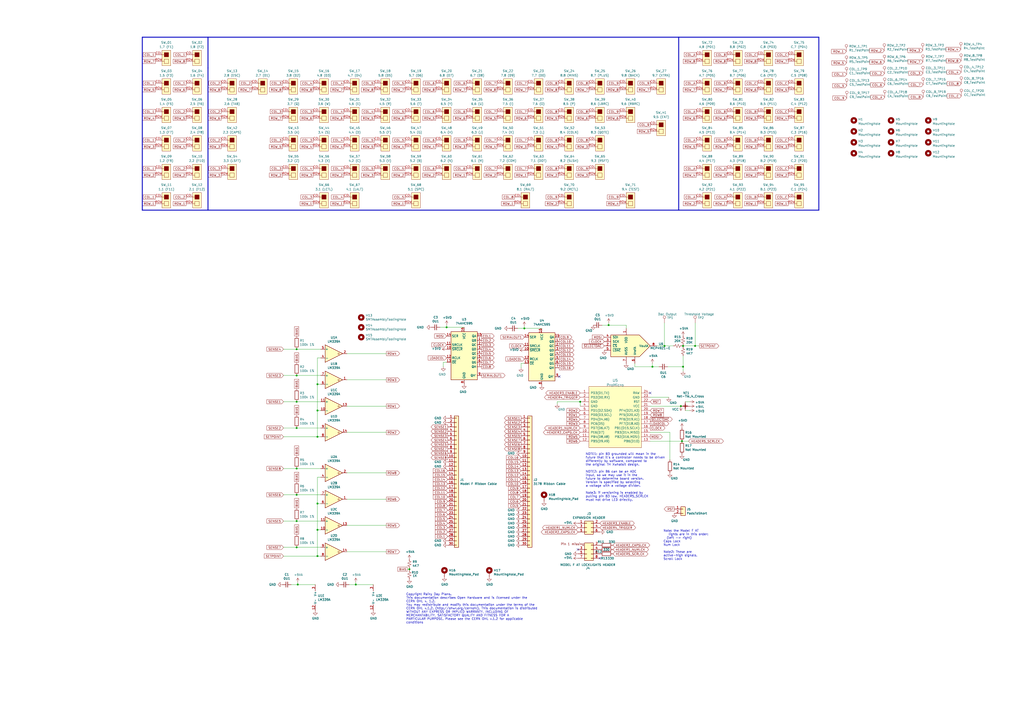
<source format=kicad_sch>
(kicad_sch (version 20220404) (generator eeschema)
  (paper "A2")
  (junction (at 172.085 217.805))
  (junction (at 396.24 200.66))
  (junction (at 396.24 212.725))
  (junction (at 304.165 190.5))
  (junction (at 184.15 292.1))
  (junction (at 172.085 317.5))
  (junction (at 403.225 200.66))
  (junction (at 336.55 233.045))
  (junction (at 172.085 271.78))
  (junction (at 172.085 233.045))
  (junction (at 378.46 212.725))
  (junction (at 353.06 188.595))
  (junction (at 184.15 322.58))
  (junction (at 172.72 339.09))
  (junction (at 172.085 287.02))
  (junction (at 172.085 248.285))
  (junction (at 172.085 302.26))
  (junction (at 394.97 235.585))
  (junction (at 184.15 307.34))
  (junction (at 172.085 202.565))
  (junction (at 395.605 255.905))
  (junction (at 259.08 189.865))
  (junction (at 184.15 222.885))
  (junction (at 385.445 200.66))
  (junction (at 237.49 330.2))
  (junction (at 206.375 339.09))
  (junction (at 184.15 253.365))
  (junction (at 184.15 238.125))
  (no_connect (at 347.98 323.85))
  (no_connect (at 324.485 218.44))
  (no_connect (at 335.28 318.77))
  (no_connect (at 377.19 227.965))
  (wire (pts (xy 387.35 212.725) (xy 396.24 212.725)))
  (wire (pts (xy 172.085 248.285) (xy 186.055 248.285)))
  (wire (pts (xy 184.15 292.1) (xy 186.055 292.1)))
  (wire (pts (xy 164.465 217.805) (xy 172.085 217.805)))
  (wire (pts (xy 201.295 320.04) (xy 224.155 320.04)))
  (wire (pts (xy 397.51 233.045) (xy 400.05 233.045)))
  (wire (pts (xy 395.605 255.905) (xy 399.415 255.905)))
  (wire (pts (xy 395.605 200.66) (xy 396.24 200.66)))
  (wire (pts (xy 368.3 212.725) (xy 368.3 210.82)))
  (polyline (pts (xy 120.65 21.59) (xy 120.65 39.37)) (stroke (width 0.508)))
  (wire (pts (xy 172.085 287.02) (xy 186.055 287.02)))
  (wire (pts (xy 172.085 317.5) (xy 186.055 317.5)))
  (wire (pts (xy 388.62 266.7) (xy 388.62 250.825)))
  (wire (pts (xy 385.445 200.66) (xy 390.525 200.66)))
  (wire (pts (xy 202.565 339.09) (xy 206.375 339.09)))
  (polyline (pts (xy 82.55 21.59) (xy 474.98 21.59)) (stroke (width 0.508)))
  (wire (pts (xy 403.225 200.66) (xy 405.765 200.66)))
  (wire (pts (xy 397.51 238.125) (xy 400.05 238.125)))
  (wire (pts (xy 302.26 210.82) (xy 304.165 210.82)))
  (wire (pts (xy 403.225 187.325) (xy 403.225 200.66)))
  (wire (pts (xy 259.08 188.595) (xy 259.08 189.865)))
  (wire (pts (xy 184.15 322.58) (xy 186.055 322.58)))
  (wire (pts (xy 377.19 235.585) (xy 394.97 235.585)))
  (wire (pts (xy 201.295 274.32) (xy 224.155 274.32)))
  (wire (pts (xy 236.22 330.2) (xy 237.49 330.2)))
  (polyline (pts (xy 120.65 39.37) (xy 120.65 121.92)) (stroke (width 0.508)))
  (wire (pts (xy 164.465 271.78) (xy 172.085 271.78)))
  (wire (pts (xy 184.15 276.86) (xy 184.15 292.1)))
  (wire (pts (xy 184.15 253.365) (xy 186.055 253.365)))
  (wire (pts (xy 184.15 222.885) (xy 186.055 222.885)))
  (wire (pts (xy 184.15 292.1) (xy 184.15 307.34)))
  (wire (pts (xy 377.19 230.505) (xy 387.985 230.505)))
  (wire (pts (xy 302.26 213.36) (xy 302.26 210.82)))
  (wire (pts (xy 349.25 188.595) (xy 353.06 188.595)))
  (wire (pts (xy 168.91 339.09) (xy 172.72 339.09)))
  (wire (pts (xy 237.49 329.565) (xy 237.49 330.2)))
  (wire (pts (xy 255.27 189.865) (xy 259.08 189.865)))
  (wire (pts (xy 378.46 212.725) (xy 368.3 212.725)))
  (wire (pts (xy 184.15 307.34) (xy 184.15 322.58)))
  (wire (pts (xy 396.24 212.725) (xy 396.24 206.375)))
  (wire (pts (xy 172.72 337.82) (xy 172.72 339.09)))
  (wire (pts (xy 336.55 235.585) (xy 336.55 233.045)))
  (wire (pts (xy 201.295 289.56) (xy 224.155 289.56)))
  (wire (pts (xy 377.19 255.905) (xy 395.605 255.905)))
  (wire (pts (xy 172.72 339.09) (xy 182.88 339.09)))
  (wire (pts (xy 323.215 234.315) (xy 323.215 233.045)))
  (wire (pts (xy 164.465 248.285) (xy 172.085 248.285)))
  (wire (pts (xy 164.465 317.5) (xy 172.085 317.5)))
  (wire (pts (xy 385.445 187.325) (xy 385.445 200.66)))
  (wire (pts (xy 304.165 189.23) (xy 304.165 190.5)))
  (polyline (pts (xy 82.55 121.92) (xy 474.98 121.92)) (stroke (width 0.508)))
  (wire (pts (xy 184.15 238.125) (xy 186.055 238.125)))
  (wire (pts (xy 201.295 235.585) (xy 224.155 235.585)))
  (wire (pts (xy 353.06 188.595) (xy 363.22 188.595)))
  (wire (pts (xy 206.375 337.82) (xy 206.375 339.09)))
  (wire (pts (xy 172.085 302.26) (xy 164.465 302.26)))
  (wire (pts (xy 396.24 215.265) (xy 396.24 212.725)))
  (wire (pts (xy 164.465 202.565) (xy 172.085 202.565)))
  (wire (pts (xy 172.085 217.805) (xy 186.055 217.805)))
  (wire (pts (xy 184.15 238.125) (xy 184.15 253.365)))
  (wire (pts (xy 201.295 220.345) (xy 224.155 220.345)))
  (wire (pts (xy 172.085 302.26) (xy 186.055 302.26)))
  (wire (pts (xy 164.465 287.02) (xy 172.085 287.02)))
  (wire (pts (xy 184.15 322.58) (xy 164.465 322.58)))
  (wire (pts (xy 377.19 250.825) (xy 388.62 250.825)))
  (wire (pts (xy 201.295 304.8) (xy 224.155 304.8)))
  (wire (pts (xy 186.055 276.86) (xy 184.15 276.86)))
  (wire (pts (xy 201.295 250.825) (xy 224.155 250.825)))
  (wire (pts (xy 259.08 189.865) (xy 269.24 189.865)))
  (wire (pts (xy 363.22 188.595) (xy 363.22 190.5)))
  (wire (pts (xy 172.085 202.565) (xy 186.055 202.565)))
  (wire (pts (xy 378.46 210.82) (xy 378.46 212.725)))
  (wire (pts (xy 257.175 210.185) (xy 259.08 210.185)))
  (wire (pts (xy 186.055 207.645) (xy 184.15 207.645)))
  (wire (pts (xy 396.24 200.025) (xy 396.24 200.66)))
  (wire (pts (xy 300.355 190.5) (xy 304.165 190.5)))
  (wire (pts (xy 382.27 212.725) (xy 378.46 212.725)))
  (wire (pts (xy 353.06 187.325) (xy 353.06 188.595)))
  (wire (pts (xy 396.24 200.66) (xy 403.225 200.66)))
  (wire (pts (xy 257.175 212.725) (xy 257.175 210.185)))
  (polyline (pts (xy 82.55 21.59) (xy 82.55 121.92)) (stroke (width 0.508)))
  (wire (pts (xy 323.215 233.045) (xy 336.55 233.045)))
  (polyline (pts (xy 474.98 21.59) (xy 474.98 121.92)) (stroke (width 0.508)))
  (wire (pts (xy 184.15 253.365) (xy 164.465 253.365)))
  (wire (pts (xy 206.375 339.09) (xy 216.535 339.09)))
  (wire (pts (xy 237.49 330.2) (xy 237.49 330.835)))
  (wire (pts (xy 172.085 233.045) (xy 164.465 233.045)))
  (polyline (pts (xy 393.7 21.59) (xy 393.7 121.92)) (stroke (width 0.508)))
  (wire (pts (xy 184.15 222.885) (xy 184.15 238.125)))
  (wire (pts (xy 172.085 271.78) (xy 186.055 271.78)))
  (wire (pts (xy 304.165 190.5) (xy 314.325 190.5)))
  (wire (pts (xy 184.15 307.34) (xy 186.055 307.34)))
  (wire (pts (xy 396.24 200.66) (xy 396.24 201.295)))
  (wire (pts (xy 201.295 205.105) (xy 224.155 205.105)))
  (wire (pts (xy 172.085 233.045) (xy 186.055 233.045)))
  (wire (pts (xy 184.15 207.645) (xy 184.15 222.885)))
  (wire (pts (xy 381 200.66) (xy 385.445 200.66)))
  (text "NOTE1: pin B3 grounded will mean in the\nfuture that it's a controller needs to be driven\ndifferently by software, compared to\nthe original TH Xwhatsit design.\n\nNOTE2: pin B6 can be an ADC\ninput, so we may use it in the\nfuture to determine board version.\nVersion is specified by selecting\na voltage with a voltage divider.\n\nNote3: if versioning is enabled by\npulling pin B3 low, HEADER5_SCRLCK\nmust not drive LED driectly." (at 339.725 290.83 0) (effects (font (size 1.27 1.27)) (justify left bottom)))
  (text "Note: the Model F AT\n   lights are in this order:\n  (left -> right)\nCaps Lock\nNum Lock\n\nNote2: These are\nactive-high signals.\nScroll Lock" (at 384.81 325.12 0) (effects (font (size 1.27 1.27)) (justify left bottom)))
  (text "Copyright Rainy Day Plans.\nThis documentation describes Open Hardware and is licensed under the\nCERN OHL v. 1.2.\nYou may redistribute and modify this documentation under the terms of the\nCERN OHL v.1.2. (http://ohwr.org/cernohl). This documentation is distributed\nWITHOUT ANY EXPRESS OR IMPLIED WARRANTY, INCLUDING OF\nMERCHANTABILITY, SATISFACTORY QUALITY AND FITNESS FOR A\nPARTICULAR PURPOSE. Please see the CERN OHL v.1.2 for applicable\nconditions" (at 235.585 361.95 0) (effects (font (size 1.27 1.27)) (justify left bottom)))
  (global_label "COL_2" (shape passive) (at 107.95 97.79 180) (property "Intersheet References" "${INTERSHEET_REFS}" (effects hide)))
  (global_label "ROW_4" (shape input) (at 557.403 28.6512 180) (property "Intersheet References" "${INTERSHEET_REFS}" (effects hide)))
  (global_label "COL_B" (shape passive) (at 421.64 81.28 180) (property "Intersheet References" "${INTERSHEET_REFS}" (effects hide)))
  (global_label "COL_A" (shape passive) (at 421.64 97.79 180) (property "Intersheet References" "${INTERSHEET_REFS}" (effects hide)))
  (global_label "COL_9" (shape passive) (at 323.85 114.3 180) (property "Intersheet References" "${INTERSHEET_REFS}" (effects hide)))
  (global_label "COL_7" (shape passive) (at 306.07 97.79 180) (property "Intersheet References" "${INTERSHEET_REFS}" (effects hide)))
  (global_label "COL_A" (shape passive) (at 403.86 81.28 180) (property "Intersheet References" "${INTERSHEET_REFS}" (effects hide)))
  (global_label "ROW7" (shape input) (at 377.19 238.125 0) (property "Intersheetrefs" "${INTERSHEET_REFS}" (effects hide)))
  (global_label "ROW_2" (shape passive) (at 107.95 101.6 180) (property "Intersheet References" "${INTERSHEET_REFS}" (effects hide)))
  (global_label "LOADCOL" (shape input) (at 304.165 208.28 180) (property "Intersheetrefs" "${INTERSHEET_REFS}" (effects hide)))
  (global_label "ROW_1" (shape passive) (at 439.42 118.11 180) (property "Intersheet References" "${INTERSHEET_REFS}" (effects hide)))
  (global_label "ROW_8" (shape passive) (at 163.83 52.07 180) (property "Intersheet References" "${INTERSHEET_REFS}" (effects hide)))
  (global_label "COL_4" (shape input) (at 557.53 41.91 180) (property "Intersheet References" "${INTERSHEET_REFS}" (effects hide)))
  (global_label "ROW_2" (shape passive) (at 323.85 118.11 180) (property "Intersheet References" "${INTERSHEET_REFS}" (effects hide)))
  (global_label "ROW3" (shape output) (at 224.155 220.345 0) (property "Intersheetrefs" "${INTERSHEET_REFS}" (effects hide)))
  (global_label "ROW_5" (shape passive) (at 323.85 68.58 180) (property "Intersheet References" "${INTERSHEET_REFS}" (effects hide)))
  (global_label "LOADCOL" (shape output) (at 377.19 245.745 0) (property "Intersheetrefs" "${INTERSHEET_REFS}" (effects hide)))
  (global_label "ROW_3" (shape passive) (at 421.64 101.6 180) (property "Intersheet References" "${INTERSHEET_REFS}" (effects hide)))
  (global_label "ROW_1" (shape passive) (at 421.64 118.11 180) (property "Intersheet References" "${INTERSHEET_REFS}" (effects hide)))
  (global_label "ROW_3" (shape passive) (at 270.51 85.09 180) (property "Intersheet References" "${INTERSHEET_REFS}" (effects hide)))
  (global_label "SENSE4" (shape input) (at 164.465 202.565 180) (property "Intersheetrefs" "${INTERSHEET_REFS}" (effects hide)))
  (global_label "ROW1" (shape input) (at 336.55 240.665 180) (property "Intersheetrefs" "${INTERSHEET_REFS}" (effects hide)))
  (global_label "COL_5" (shape input) (at 491.2106 49.7332 180) (property "Intersheet References" "${INTERSHEET_REFS}" (effects hide)))
  (global_label "MOSI" (shape output) (at 377.19 253.365 0) (property "Intersheetrefs" "${INTERSHEET_REFS}" (effects hide)))
  (global_label "COL_9" (shape passive) (at 377.19 48.26 180) (property "Intersheet References" "${INTERSHEET_REFS}" (effects hide)))
  (global_label "COL_7" (shape passive) (at 288.29 64.77 180) (property "Intersheet References" "${INTERSHEET_REFS}" (effects hide)))
  (global_label "COL_C" (shape passive) (at 457.2 48.26 180) (property "Intersheet References" "${INTERSHEET_REFS}" (effects hide)))
  (global_label "SENSE3" (shape input) (at 164.465 217.805 180) (property "Intersheetrefs" "${INTERSHEET_REFS}" (effects hide)))
  (global_label "COL_4" (shape passive) (at 199.39 114.3 180) (property "Intersheet References" "${INTERSHEET_REFS}" (effects hide)))
  (global_label "ROW4" (shape input) (at 336.55 243.205 180) (property "Intersheetrefs" "${INTERSHEET_REFS}" (effects hide)))
  (global_label "SENSE7" (shape output) (at 302.26 255.27 180) (property "Intersheetrefs" "${INTERSHEET_REFS}" (effects hide)))
  (global_label "COL_8" (shape passive) (at 323.85 48.26 180) (property "Intersheet References" "${INTERSHEET_REFS}" (effects hide)))
  (global_label "COL_A" (shape input) (at 513.2578 56.4134 180) (property "Intersheet References" "${INTERSHEET_REFS}" (effects hide)))
  (global_label "COL8" (shape output) (at 279.4 212.725 0) (property "Intersheetrefs" "${INTERSHEET_REFS}" (effects hide)))
  (global_label "ROW_5" (shape passive) (at 163.83 85.09 180) (property "Intersheet References" "${INTERSHEET_REFS}" (effects hide)))
  (global_label "ROW_3" (shape passive) (at 90.17 85.09 180) (property "Intersheet References" "${INTERSHEET_REFS}" (effects hide)))
  (global_label "SENSE2" (shape output) (at 259.715 250.19 180) (property "Intersheetrefs" "${INTERSHEET_REFS}" (effects hide)))
  (global_label "COL8" (shape input) (at 302.26 285.75 180) (property "Intersheetrefs" "${INTERSHEET_REFS}" (effects hide)))
  (global_label "COL_6" (shape passive) (at 252.73 48.26 180) (property "Intersheet References" "${INTERSHEET_REFS}" (effects hide)))
  (global_label "COL_3" (shape passive) (at 163.83 97.79 180) (property "Intersheet References" "${INTERSHEET_REFS}" (effects hide)))
  (global_label "~{SELECTDAC}" (shape input) (at 350.52 200.66 180) (property "Intersheetrefs" "${INTERSHEET_REFS}" (effects hide)))
  (global_label "HEADER3_ENABLE" (shape bidirectional) (at 336.55 227.965 180) (property "Intersheetrefs" "${INTERSHEET_REFS}" (effects hide)))
  (global_label "COL_2" (shape passive) (at 128.27 48.26 180) (property "Intersheet References" "${INTERSHEET_REFS}" (effects hide)))
  (global_label "HEADER1_NUMLCK" (shape bidirectional) (at 336.55 248.285 180) (property "Intersheetrefs" "${INTERSHEET_REFS}" (effects hide)))
  (global_label "ROW_6" (shape input) (at 513.08 35.9918 180) (property "Intersheet References" "${INTERSHEET_REFS}" (effects hide)))
  (global_label "COL12" (shape input) (at 259.715 283.21 180) (property "Intersheetrefs" "${INTERSHEET_REFS}" (effects hide)))
  (global_label "COL_4" (shape passive) (at 199.39 97.79 180) (property "Intersheet References" "${INTERSHEET_REFS}" (effects hide)))
  (global_label "SETPOINT" (shape input) (at 164.465 322.58 180) (property "Intersheetrefs" "${INTERSHEET_REFS}" (effects hide)))
  (global_label "ROW3" (shape input) (at 336.55 245.745 180) (property "Intersheetrefs" "${INTERSHEET_REFS}" (effects hide)))
  (global_label "ROW_5" (shape passive) (at 439.42 68.58 180) (property "Intersheet References" "${INTERSHEET_REFS}" (effects hide)))
  (global_label "SERIALOUT1" (shape input) (at 304.165 195.58 180) (property "Intersheetrefs" "${INTERSHEET_REFS}" (effects hide)))
  (global_label "COL_B" (shape passive) (at 439.42 114.3 180) (property "Intersheet References" "${INTERSHEET_REFS}" (effects hide)))
  (global_label "COL_5" (shape passive) (at 234.95 97.79 180) (property "Intersheet References" "${INTERSHEET_REFS}" (effects hide)))
  (global_label "ROW_5" (shape passive) (at 377.19 76.2 180) (property "Intersheet References" "${INTERSHEET_REFS}" (effects hide)))
  (global_label "SENSE2" (shape output) (at 302.26 245.11 180) (property "Intersheetrefs" "${INTERSHEET_REFS}" (effects hide)))
  (global_label "HEADER2_CAPSLCK" (shape bidirectional) (at 355.6 316.23 0) (property "Intersheetrefs" "${INTERSHEET_REFS}" (effects hide)))
  (global_label "COL3" (shape output) (at 279.4 200.025 0) (property "Intersheetrefs" "${INTERSHEET_REFS}" (effects hide)))
  (global_label "COL_7" (shape passive) (at 306.07 81.28 180) (property "Intersheet References" "${INTERSHEET_REFS}" (effects hide)))
  (global_label "ROW_8" (shape input) (at 557.5046 35.2806 180) (property "Intersheet References" "${INTERSHEET_REFS}" (effects hide)))
  (global_label "ROW_1" (shape passive) (at 298.45 118.11 180) (property "Intersheet References" "${INTERSHEET_REFS}" (effects hide)))
  (global_label "SETPOINT" (shape output) (at 405.765 200.66 0) (property "Intersheetrefs" "${INTERSHEET_REFS}" (effects hide)))
  (global_label "COL15" (shape output) (at 324.485 210.82 0) (property "Intersheetrefs" "${INTERSHEET_REFS}" (effects hide)))
  (global_label "COL_5" (shape passive) (at 234.95 81.28 180) (property "Intersheet References" "${INTERSHEET_REFS}" (effects hide)))
  (global_label "ROW_3" (shape passive) (at 341.63 85.09 180) (property "Intersheet References" "${INTERSHEET_REFS}" (effects hide)))
  (global_label "ROW_8" (shape passive) (at 403.86 35.56 180) (property "Intersheet References" "${INTERSHEET_REFS}" (effects hide)))
  (global_label "COL_9" (shape input) (at 491.2614 56.896 180) (property "Intersheet References" "${INTERSHEET_REFS}" (effects hide)))
  (global_label "ROW_6" (shape passive) (at 270.51 68.58 180) (property "Intersheet References" "${INTERSHEET_REFS}" (effects hide)))
  (global_label "MOSI" (shape input) (at 259.08 194.945 180) (property "Intersheetrefs" "${INTERSHEET_REFS}" (effects hide)))
  (global_label "ROW_6" (shape passive) (at 181.61 68.58 180) (property "Intersheet References" "${INTERSHEET_REFS}" (effects hide)))
  (global_label "COL_9" (shape passive) (at 341.63 97.79 180) (property "Intersheet References" "${INTERSHEET_REFS}" (effects hide)))
  (global_label "COL_8" (shape passive) (at 298.45 114.3 180) (property "Intersheet References" "${INTERSHEET_REFS}" (effects hide)))
  (global_label "ROW_8" (shape passive) (at 359.41 52.07 180) (property "Intersheet References" "${INTERSHEET_REFS}" (effects hide)))
  (global_label "COL_1" (shape passive) (at 90.17 81.28 180) (property "Intersheet References" "${INTERSHEET_REFS}" (effects hide)))
  (global_label "ROW1" (shape output) (at 224.155 235.585 0) (property "Intersheetrefs" "${INTERSHEET_REFS}" (effects hide)))
  (global_label "ROW_8" (shape passive) (at 288.29 52.07 180) (property "Intersheet References" "${INTERSHEET_REFS}" (effects hide)))
  (global_label "ROW6" (shape output) (at 224.155 289.56 0) (property "Intersheetrefs" "${INTERSHEET_REFS}" (effects hide)))
  (global_label "COL11" (shape output) (at 324.485 200.66 0) (property "Intersheetrefs" "${INTERSHEET_REFS}" (effects hide)))
  (global_label "COL7" (shape input) (at 302.26 288.29 180) (property "Intersheetrefs" "${INTERSHEET_REFS}" (effects hide)))
  (global_label "COL_3" (shape passive) (at 181.61 64.77 180) (property "Intersheet References" "${INTERSHEET_REFS}" (effects hide)))
  (global_label "COL_A" (shape passive) (at 403.86 31.75 180) (property "Intersheet References" "${INTERSHEET_REFS}" (effects hide)))
  (global_label "COL_A" (shape passive) (at 403.86 114.3 180) (property "Intersheet References" "${INTERSHEET_REFS}" (effects hide)))
  (global_label "ROW_7" (shape passive) (at 421.64 52.07 180) (property "Intersheet References" "${INTERSHEET_REFS}" (effects hide)))
  (global_label "ROW_3" (shape passive) (at 457.2 85.09 180) (property "Intersheet References" "${INTERSHEET_REFS}" (effects hide)))
  (global_label "COL_2" (shape passive) (at 128.27 64.77 180) (property "Intersheet References" "${INTERSHEET_REFS}" (effects hide)))
  (global_label "COL_3" (shape passive) (at 163.83 81.28 180) (property "Intersheet References" "${INTERSHEET_REFS}" (effects hide)))
  (global_label "ROW_7" (shape passive) (at 146.05 52.07 180) (property "Intersheet References" "${INTERSHEET_REFS}" (effects hide)))
  (global_label "HEADER4_TRIGGER" (shape bidirectional) (at 347.98 306.07 0) (property "Intersheetrefs" "${INTERSHEET_REFS}" (effects hide)))
  (global_label "COL_C" (shape passive) (at 457.2 64.77 180) (property "Intersheet References" "${INTERSHEET_REFS}" (effects hide)))
  (global_label "COL13" (shape output) (at 324.485 205.74 0) (property "Intersheetrefs" "${INTERSHEET_REFS}" (effects hide)))
  (global_label "BIAS" (shape passive) (at 236.22 330.2 180) (property "Intersheetrefs" "${INTERSHEET_REFS}" (effects hide)))
  (global_label "COL_5" (shape passive) (at 234.95 48.26 180) (property "Intersheet References" "${INTERSHEET_REFS}" (effects hide)))
  (global_label "~{SELECTDAC}" (shape output) (at 377.19 243.205 0) (property "Intersheetrefs" "${INTERSHEET_REFS}" (effects hide)))
  (global_label "ROW_8" (shape passive) (at 323.85 52.07 180) (property "Intersheet References" "${INTERSHEET_REFS}" (effects hide)))
  (global_label "ROW_1" (shape passive) (at 234.95 118.11 180) (property "Intersheet References" "${INTERSHEET_REFS}" (effects hide)))
  (global_label "COL_A" (shape passive) (at 403.86 97.79 180) (property "Intersheet References" "${INTERSHEET_REFS}" (effects hide)))
  (global_label "COL_3" (shape passive) (at 163.83 48.26 180) (property "Intersheet References" "${INTERSHEET_REFS}" (effects hide)))
  (global_label "ROW_6" (shape passive) (at 306.07 68.58 180) (property "Intersheet References" "${INTERSHEET_REFS}" (effects hide)))
  (global_label "SENSE5" (shape input) (at 164.465 302.26 180) (property "Intersheetrefs" "${INTERSHEET_REFS}" (effects hide)))
  (global_label "ROW_1" (shape passive) (at 181.61 118.11 180) (property "Intersheet References" "${INTERSHEET_REFS}" (effects hide)))
  (global_label "ROW_7" (shape passive) (at 270.51 52.07 180) (property "Intersheet References" "${INTERSHEET_REFS}" (effects hide)))
  (global_label "COL16" (shape output) (at 324.485 213.36 0) (property "Intersheetrefs" "${INTERSHEET_REFS}" (effects hide)))
  (global_label "ROW_8" (shape passive) (at 128.27 52.07 180) (property "Intersheet References" "${INTERSHEET_REFS}" (effects hide)))
  (global_label "ROW_6" (shape passive) (at 359.41 68.58 180) (property "Intersheet References" "${INTERSHEET_REFS}" (effects hide)))
  (global_label "COL8" (shape input) (at 259.715 293.37 180) (property "Intersheetrefs" "${INTERSHEET_REFS}" (effects hide)))
  (global_label "BIAS" (shape passive) (at 172.085 309.88 90) (property "Intersheetrefs" "${INTERSHEET_REFS}" (effects hide)))
  (global_label "SENSE2" (shape input) (at 164.465 248.285 180) (property "Intersheetrefs" "${INTERSHEET_REFS}" (effects hide)))
  (global_label "COL13" (shape input) (at 302.26 273.05 180) (property "Intersheetrefs" "${INTERSHEET_REFS}" (effects hide)))
  (global_label "ROW_7" (shape passive) (at 306.07 52.07 180) (property "Intersheet References" "${INTERSHEET_REFS}" (effects hide)))
  (global_label "COL_6" (shape input) (at 513.207 49.2506 180) (property "Intersheet References" "${INTERSHEET_REFS}" (effects hide)))
  (global_label "COL_8" (shape passive) (at 341.63 48.26 180) (property "Intersheet References" "${INTERSHEET_REFS}" (effects hide)))
  (global_label "ROW_3" (shape input) (at 535.2796 29.2354 180) (property "Intersheet References" "${INTERSHEET_REFS}" (effects hide)))
  (global_label "COL9" (shape input) (at 302.26 283.21 180) (property "Intersheetrefs" "${INTERSHEET_REFS}" (effects hide)))
  (global_label "COL7" (shape input) (at 259.715 295.91 180) (property "Intersheetrefs" "${INTERSHEET_REFS}" (effects hide)))
  (global_label "SERIALOUT1" (shape output) (at 279.4 217.805 0) (property "Intersheetrefs" "${INTERSHEET_REFS}" (effects hide)))
  (global_label "ROW_4" (shape passive) (at 107.95 85.09 180) (property "Intersheet References" "${INTERSHEET_REFS}" (effects hide)))
  (global_label "COL_B" (shape passive) (at 421.64 31.75 180) (property "Intersheet References" "${INTERSHEET_REFS}" (effects hide)))
  (global_label "COL16" (shape input) (at 302.26 265.43 180) (property "Intersheetrefs" "${INTERSHEET_REFS}" (effects hide)))
  (global_label "COL_7" (shape input) (at 535.5082 49.1236 180) (property "Intersheet References" "${INTERSHEET_REFS}" (effects hide)))
  (global_label "ROW_8" (shape passive) (at 217.17 52.07 180) (property "Intersheet References" "${INTERSHEET_REFS}" (effects hide)))
  (global_label "ROW_6" (shape passive) (at 341.63 68.58 180) (property "Intersheet References" "${INTERSHEET_REFS}" (effects hide)))
  (global_label "SENSE7" (shape output) (at 259.715 260.35 180) (property "Intersheetrefs" "${INTERSHEET_REFS}" (effects hide)))
  (global_label "ROW_7" (shape passive) (at 457.2 35.56 180) (property "Intersheet References" "${INTERSHEET_REFS}" (effects hide)))
  (global_label "COL_C" (shape passive) (at 439.42 48.26 180) (property "Intersheet References" "${INTERSHEET_REFS}" (effects hide)))
  (global_label "COL10" (shape output) (at 324.485 198.12 0) (property "Intersheetrefs" "${INTERSHEET_REFS}" (effects hide)))
  (global_label "COL_1" (shape passive) (at 90.17 114.3 180) (property "Intersheet References" "${INTERSHEET_REFS}" (effects hide)))
  (global_label "COL_6" (shape passive) (at 252.73 64.77 180) (property "Intersheet References" "${INTERSHEET_REFS}" (effects hide)))
  (global_label "ROW_2" (shape passive) (at 323.85 101.6 180) (property "Intersheet References" "${INTERSHEET_REFS}" (effects hide)))
  (global_label "ROW_7" (shape passive) (at 199.39 52.07 180) (property "Intersheet References" "${INTERSHEET_REFS}" (effects hide)))
  (global_label "COL_3" (shape passive) (at 163.83 64.77 180) (property "Intersheet References" "${INTERSHEET_REFS}" (effects hide)))
  (global_label "COL_6" (shape passive) (at 252.73 81.28 180) (property "Intersheet References" "${INTERSHEET_REFS}" (effects hide)))
  (global_label "COL_4" (shape passive) (at 199.39 64.77 180) (property "Intersheet References" "${INTERSHEET_REFS}" (effects hide)))
  (global_label "HEADER4_TRIGGER" (shape bidirectional) (at 336.55 230.505 180) (property "Intersheetrefs" "${INTERSHEET_REFS}" (effects hide)))
  (global_label "COL_C" (shape passive) (at 457.2 97.79 180) (property "Intersheet References" "${INTERSHEET_REFS}" (effects hide)))
  (global_label "COL_8" (shape passive) (at 323.85 64.77 180) (property "Intersheet References" "${INTERSHEET_REFS}" (effects hide)))
  (global_label "HEADER1_NUMLCK" (shape bidirectional) (at 355.6 318.77 0) (property "Intersheetrefs" "${INTERSHEET_REFS}" (effects hide)))
  (global_label "COL7" (shape output) (at 279.4 210.185 0) (property "Intersheetrefs" "${INTERSHEET_REFS}" (effects hide)))
  (global_label "COL_B" (shape passive) (at 421.64 64.77 180) (property "Intersheet References" "${INTERSHEET_REFS}" (effects hide)))
  (global_label "RST" (shape output) (at 391.16 295.275 180) (property "Intersheetrefs" "${INTERSHEET_REFS}" (effects hide)))
  (global_label "COL_8" (shape passive) (at 341.63 64.77 180) (property "Intersheet References" "${INTERSHEET_REFS}" (effects hide)))
  (global_label "ROW_7" (shape passive) (at 341.63 52.07 180) (property "Intersheet References" "${INTERSHEET_REFS}" (effects hide)))
  (global_label "COL5" (shape input) (at 302.26 293.37 180) (property "Intersheetrefs" "${INTERSHEET_REFS}" (effects hide)))
  (global_label "ROW_6" (shape passive) (at 421.64 68.58 180) (property "Intersheet References" "${INTERSHEET_REFS}" (effects hide)))
  (global_label "COL_B" (shape passive) (at 439.42 64.77 180) (property "Intersheet References" "${INTERSHEET_REFS}" (effects hide)))
  (global_label "COL12" (shape input) (at 302.26 275.59 180) (property "Intersheetrefs" "${INTERSHEET_REFS}" (effects hide)))
  (global_label "ROW_1" (shape input) (at 490.982 29.845 180) (property "Intersheet References" "${INTERSHEET_REFS}" (effects hide)))
  (global_label "ROW_8" (shape passive) (at 439.42 35.56 180) (property "Intersheet References" "${INTERSHEET_REFS}" (effects hide)))
  (global_label "COL_7" (shape passive) (at 288.29 48.26 180) (property "Intersheet References" "${INTERSHEET_REFS}" (effects hide)))
  (global_label "BIAS" (shape passive) (at 172.085 225.425 90) (property "Intersheetrefs" "${INTERSHEET_REFS}" (effects hide)))
  (global_label "COL_C" (shape passive) (at 457.2 114.3 180) (property "Intersheet References" "${INTERSHEET_REFS}" (effects hide)))
  (global_label "ROW_2" (shape passive) (at 403.86 118.11 180) (property "Intersheet References" "${INTERSHEET_REFS}" (effects hide)))
  (global_label "ROW_7" (shape passive) (at 403.86 52.07 180) (property "Intersheet References" "${INTERSHEET_REFS}" (effects hide)))
  (global_label "COL_2" (shape passive) (at 107.95 64.77 180) (property "Intersheet References" "${INTERSHEET_REFS}" (effects hide)))
  (global_label "ROW_1" (shape passive) (at 457.2 118.11 180) (property "Intersheet References" "${INTERSHEET_REFS}" (effects hide)))
  (global_label "HEADER5_SCRLCK" (shape bidirectional) (at 399.415 255.905 0) (property "Intersheetrefs" "${INTERSHEET_REFS}" (effects hide)))
  (global_label "SENSE5" (shape output) (at 259.715 257.81 180) (property "Intersheetrefs" "${INTERSHEET_REFS}" (effects hide)))
  (global_label "COL_3" (shape passive) (at 181.61 114.3 180) (property "Intersheet References" "${INTERSHEET_REFS}" (effects hide)))
  (global_label "ROW_5" (shape passive) (at 217.17 85.09 180) (property "Intersheet References" "${INTERSHEET_REFS}" (effects hide)))
  (global_label "COL_1" (shape passive) (at 90.17 48.26 180) (property "Intersheet References" "${INTERSHEET_REFS}" (effects hide)))
  (global_label "ROW_2" (shape passive) (at 199.39 101.6 180) (property "Intersheet References" "${INTERSHEET_REFS}" (effects hide)))
  (global_label "BIAS" (shape passive) (at 172.085 240.665 90) (property "Intersheetrefs" "${INTERSHEET_REFS}" (effects hide)))
  (global_label "COL_4" (shape passive) (at 181.61 48.26 180) (property "Intersheet References" "${INTERSHEET_REFS}" (effects hide)))
  (global_label "COL_8" (shape passive) (at 323.85 97.79 180) (property "Intersheet References" "${INTERSHEET_REFS}" (effects hide)))
  (global_label "ROW8" (shape output) (at 224.155 274.32 0) (property "Intersheetrefs" "${INTERSHEET_REFS}" (effects hide)))
  (global_label "COL13" (shape input) (at 259.715 280.67 180) (property "Intersheetrefs" "${INTERSHEET_REFS}" (effects hide)))
  (global_label "COL_B" (shape input) (at 535.559 56.2864 180) (property "Intersheet References" "${INTERSHEET_REFS}" (effects hide)))
  (global_label "COL_C" (shape passive) (at 457.2 31.75 180) (property "Intersheet References" "${INTERSHEET_REFS}" (effects hide)))
  (global_label "CLOCK" (shape input) (at 259.08 200.025 180) (property "Intersheetrefs" "${INTERSHEET_REFS}" (effects hide)))
  (global_label "ROW_2" (shape passive) (at 234.95 101.6 180) (property "Intersheet References" "${INTERSHEET_REFS}" (effects hide)))
  (global_label "CLOCK" (shape output) (at 377.19 248.285 0) (property "Intersheetrefs" "${INTERSHEET_REFS}" (effects hide)))
  (global_label "COL_1" (shape input) (at 491.109 43.1038 180) (property "Intersheet References" "${INTERSHEET_REFS}" (effects hide)))
  (global_label "SENSE6" (shape output) (at 302.26 257.81 180) (property "Intersheetrefs" "${INTERSHEET_REFS}" (effects hide)))
  (global_label "COL_9" (shape passive) (at 359.41 48.26 180) (property "Intersheet References" "${INTERSHEET_REFS}" (effects hide)))
  (global_label "LOADCOL" (shape input) (at 259.08 207.645 180) (property "Intersheetrefs" "${INTERSHEET_REFS}" (effects hide)))
  (global_label "COL_5" (shape passive) (at 234.95 114.3 180) (property "Intersheet References" "${INTERSHEET_REFS}" (effects hide)))
  (global_label "ROW_6" (shape passive) (at 128.27 68.58 180) (property "Intersheet References" "${INTERSHEET_REFS}" (effects hide)))
  (global_label "COL_C" (shape passive) (at 457.2 81.28 180) (property "Intersheet References" "${INTERSHEET_REFS}" (effects hide)))
  (global_label "COL_C" (shape passive) (at 439.42 31.75 180) (property "Intersheet References" "${INTERSHEET_REFS}" (effects hide)))
  (global_label "ROW_3" (shape passive) (at 128.27 85.09 180) (property "Intersheet References" "${INTERSHEET_REFS}" (effects hide)))
  (global_label "ROW_8" (shape passive) (at 421.64 35.56 180) (property "Intersheet References" "${INTERSHEET_REFS}" (effects hide)))
  (global_label "SENSE8" (shape output) (at 259.715 265.43 180) (property "Intersheetrefs" "${INTERSHEET_REFS}" (effects hide)))
  (global_label "ROW_4" (shape passive) (at 359.41 118.11 180) (property "Intersheet References" "${INTERSHEET_REFS}" (effects hide)))
  (global_label "RST" (shape input) (at 377.19 233.045 0) (property "Intersheetrefs" "${INTERSHEET_REFS}" (effects hide)))
  (global_label "COL_A" (shape passive) (at 403.86 64.77 180) (property "Intersheet References" "${INTERSHEET_REFS}" (effects hide)))
  (global_label "COL5" (shape input) (at 259.715 300.99 180) (property "Intersheetrefs" "${INTERSHEET_REFS}" (effects hide)))
  (global_label "ROW_2" (shape passive) (at 457.2 101.6 180) (property "Intersheet References" "${INTERSHEET_REFS}" (effects hide)))
  (global_label "COL_7" (shape passive) (at 288.29 81.28 180) (property "Intersheet References" "${INTERSHEET_REFS}" (effects hide)))
  (global_label "ROW_1" (shape passive) (at 90.17 118.11 180) (property "Intersheet References" "${INTERSHEET_REFS}" (effects hide)))
  (global_label "COL2" (shape output) (at 279.4 197.485 0) (property "Intersheetrefs" "${INTERSHEET_REFS}" (effects hide)))
  (global_label "HEADER2_CAPSLCK" (shape bidirectional) (at 335.28 308.61 180) (property "Intersheetrefs" "${INTERSHEET_REFS}" (effects hide)))
  (global_label "ROW_1" (shape passive) (at 270.51 101.6 180) (property "Intersheet References" "${INTERSHEET_REFS}" (effects hide)))
  (global_label "ROW_4" (shape passive) (at 90.17 68.58 180) (property "Intersheet References" "${INTERSHEET_REFS}" (effects hide)))
  (global_label "ROW_7" (shape passive) (at 234.95 52.07 180) (property "Intersheet References" "${INTERSHEET_REFS}" (effects hide)))
  (global_label "COL_C" (shape input) (at 557.6824 55.7022 180) (property "Intersheet References" "${INTERSHEET_REFS}" (effects hide)))
  (global_label "COL_6" (shape passive) (at 270.51 81.28 180) (property "Intersheet References" "${INTERSHEET_REFS}" (effects hide)))
  (global_label "ROW_4" (shape passive) (at 323.85 85.09 180) (property "Intersheet References" "${INTERSHEET_REFS}" (effects hide)))
  (global_label "ROW_6" (shape passive) (at 107.95 52.07 180) (property "Intersheet References" "${INTERSHEET_REFS}" (effects hide)))
  (global_label "COL16" (shape input) (at 259.715 273.05 180) (property "Intersheetrefs" "${INTERSHEET_REFS}" (effects hide)))
  (global_label "ROW_3" (shape passive) (at 341.63 101.6 180) (property "Intersheet References" "${INTERSHEET_REFS}" (effects hide)))
  (global_label "ROW_2" (shape input) (at 512.9784 29.3624 180) (property "Intersheet References" "${INTERSHEET_REFS}" (effects hide)))
  (global_label "SENSE6" (shape output) (at 259.715 262.89 180) (property "Intersheetrefs" "${INTERSHEET_REFS}" (effects hide)))
  (global_label "COL15" (shape input) (at 302.26 267.97 180) (property "Intersheetrefs" "${INTERSHEET_REFS}" (effects hide)))
  (global_label "COL_6" (shape passive) (at 270.51 97.79 180) (property "Intersheet References" "${INTERSHEET_REFS}" (effects hide)))
  (global_label "COL_1" (shape passive) (at 90.17 31.75 180) (property "Intersheet References" "${INTERSHEET_REFS}" (effects hide)))
  (global_label "ROW_4" (shape passive) (at 457.2 68.58 180) (property "Intersheet References" "${INTERSHEET_REFS}" (effects hide)))
  (global_label "COL_6" (shape passive) (at 270.51 48.26 180) (property "Intersheet References" "${INTERSHEET_REFS}" (effects hide)))
  (global_label "COL_9" (shape passive) (at 359.41 64.77 180) (property "Intersheet References" "${INTERSHEET_REFS}" (effects hide)))
  (global_label "ROW_6" (shape passive) (at 439.42 52.07 180) (property "Intersheet References" "${INTERSHEET_REFS}" (effects hide)))
  (global_label "COL14" (shape input) (at 302.26 270.51 180) (property "Intersheetrefs" "${INTERSHEET_REFS}" (effects hide)))
  (global_label "COL_4" (shape passive) (at 199.39 48.26 180) (property "Intersheet References" "${INTERSHEET_REFS}" (effects hide)))
  (global_label "ROW_3" (shape passive) (at 181.61 101.6 180) (property "Intersheet References" "${INTERSHEET_REFS}" (effects hide)))
  (global_label "SENSE1" (shape input) (at 164.465 233.045 180) (property "Intersheetrefs" "${INTERSHEET_REFS}" (effects hide)))
  (global_label "ROW_5" (shape passive) (at 457.2 52.07 180) (property "Intersheet References" "${INTERSHEET_REFS}" (effects hide)))
  (global_label "COL_5" (shape passive) (at 217.17 97.79 180) (property "Intersheet References" "${INTERSHEET_REFS}" (effects hide)))
  (global_label "ROW_4" (shape passive) (at 421.64 85.09 180) (property "Intersheet References" "${INTERSHEET_REFS}" (effects hide)))
  (global_label "BIAS" (shape passive) (at 172.085 294.64 90) (property "Intersheetrefs" "${INTERSHEET_REFS}" (effects hide)))
  (global_label "COL4" (shape output) (at 279.4 202.565 0) (property "Intersheetrefs" "${INTERSHEET_REFS}" (effects hide)))
  (global_label "ROW2" (shape output) (at 224.155 250.825 0) (property "Intersheetrefs" "${INTERSHEET_REFS}" (effects hide)))
  (global_label "COL_B" (shape passive) (at 421.64 48.26 180) (property "Intersheet References" "${INTERSHEET_REFS}" (effects hide)))
  (global_label "CLOCK" (shape input) (at 304.165 200.66 180) (property "Intersheetrefs" "${INTERSHEET_REFS}" (effects hide)))
  (global_label "COL_8" (shape passive) (at 341.63 81.28 180) (property "Intersheet References" "${INTERSHEET_REFS}" (effects hide)))
  (global_label "HEADER3_ENABLE" (shape bidirectional) (at 347.98 303.53 0) (property "Intersheetrefs" "${INTERSHEET_REFS}" (effects hide)))
  (global_label "COL15" (shape input) (at 259.715 275.59 180) (property "Intersheetrefs" "${INTERSHEET_REFS}" (effects hide)))
  (global_label "COL_8" (shape input) (at 557.6316 48.5394 180) (property "Intersheet References" "${INTERSHEET_REFS}" (effects hide)))
  (global_label "ROW_3" (shape passive) (at 306.07 85.09 180) (property "Intersheet References" "${INTERSHEET_REFS}" (effects hide)))
  (global_label "BIAS" (shape passive) (at 172.085 194.945 90) (property "Intersheetrefs" "${INTERSHEET_REFS}" (effects hide)))
  (global_label "SENSE3" (shape output) (at 259.715 252.73 180) (property "Intersheetrefs" "${INTERSHEET_REFS}" (effects hide)))
  (global_label "COL10" (shape input) (at 302.26 280.67 180) (property "Intersheetrefs" "${INTERSHEET_REFS}" (effects hide)))
  (global_label "COL_B" (shape passive) (at 439.42 81.28 180) (property "Intersheet References" "${INTERSHEET_REFS}" (effects hide)))
  (global_label "ROW_8" (shape passive) (at 107.95 35.56 180) (property "Intersheet References" "${INTERSHEET_REFS}" (effects hide)))
  (global_label "MOSI" (shape input) (at 350.52 195.58 180) (property "Intersheetrefs" "${INTERSHEET_REFS}" (effects hide)))
  (global_label "COL_1" (shape passive) (at 90.17 64.77 180) (property "Intersheet References" "${INTERSHEET_REFS}" (effects hide)))
  (global_label "ROW_6" (shape passive) (at 403.86 68.58 180) (property "Intersheet References" "${INTERSHEET_REFS}" (effects hide)))
  (global_label "SENSE4" (shape output) (at 302.26 250.19 180) (property "Intersheetrefs" "${INTERSHEET_REFS}" (effects hide)))
  (global_label "COL_1" (shape passive) (at 107.95 31.75 180) (property "Intersheet References" "${INTERSHEET_REFS}" (effects hide)))
  (global_label "COL_3" (shape input) (at 535.4066 42.4942 180) (property "Intersheet References" "${INTERSHEET_REFS}" (effects hide)))
  (global_label "ROW_5" (shape passive) (at 217.17 68.58 180) (property "Intersheet References" "${INTERSHEET_REFS}" (effects hide)))
  (global_label "ROW7" (shape output) (at 224.155 320.04 0) (property "Intersheetrefs" "${INTERSHEET_REFS}" (effects hide)))
  (global_label "SENSE5" (shape output) (at 302.26 252.73 180) (property "Intersheetrefs" "${INTERSHEET_REFS}" (effects hide)))
  (global_label "COL_3" (shape passive) (at 128.27 97.79 180) (property "Intersheet References" "${INTERSHEET_REFS}" (effects hide)))
  (global_label "COL14" (shape input) (at 259.715 278.13 180) (property "Intersheetrefs" "${INTERSHEET_REFS}" (effects hide)))
  (global_label "COL_2" (shape passive) (at 128.27 81.28 180) (property "Intersheet References" "${INTERSHEET_REFS}" (effects hide)))
  (global_label "SENSE8" (shape output) (at 302.26 260.35 180) (property "Intersheetrefs" "${INTERSHEET_REFS}" (effects hide)))
  (global_label "ROW5" (shape input) (at 336.55 253.365 180) (property "Intersheetrefs" "${INTERSHEET_REFS}" (effects hide)))
  (global_label "ROW_2" (shape passive) (at 163.83 101.6 180) (property "Intersheet References" "${INTERSHEET_REFS}" (effects hide)))
  (global_label "ROW_3" (shape passive) (at 128.27 101.6 180) (property "Intersheet References" "${INTERSHEET_REFS}" (effects hide)))
  (global_label "COL_7" (shape passive) (at 306.07 64.77 180) (property "Intersheet References" "${INTERSHEET_REFS}" (effects hide)))
  (global_label "COL10" (shape input) (at 259.715 288.29 180) (property "Intersheetrefs" "${INTERSHEET_REFS}" (effects hide)))
  (global_label "COL_A" (shape passive) (at 421.64 114.3 180) (property "Intersheet References" "${INTERSHEET_REFS}" (effects hide)))
  (global_label "COL5" (shape output) (at 279.4 205.105 0) (property "Intersheetrefs" "${INTERSHEET_REFS}" (effects hide)))
  (global_label "COL_2" (shape input) (at 513.1054 42.6212 180) (property "Intersheet References" "${INTERSHEET_REFS}" (effects hide)))
  (global_label "ROW_1" (shape passive) (at 306.07 101.6 180) (property "Intersheet References" "${INTERSHEET_REFS}" (effects hide)))
  (global_label "COL12" (shape output) (at 324.485 203.2 0) (property "Intersheetrefs" "${INTERSHEET_REFS}" (effects hide)))
  (global_label "COL_5" (shape passive) (at 217.17 48.26 180) (property "Intersheet References" "${INTERSHEET_REFS}" (effects hide)))
  (global_label "HEADER1_NUMLCK" (shape bidirectional) (at 335.28 306.07 180) (property "Intersheetrefs" "${INTERSHEET_REFS}" (effects hide)))
  (global_label "ROW_2" (shape passive) (at 288.29 101.6 180) (property "Intersheet References" "${INTERSHEET_REFS}" (effects hide)))
  (global_label "COL_5" (shape passive) (at 234.95 64.77 180) (property "Intersheet References" "${INTERSHEET_REFS}" (effects hide)))
  (global_label "COL_9" (shape passive) (at 377.19 72.39 180) (property "Intersheet References" "${INTERSHEET_REFS}" (effects hide)))
  (global_label "HEADER5_SCRLCK" (shape bidirectional) (at 355.6 321.31 0) (property "Intersheetrefs" "${INTERSHEET_REFS}" (effects hide)))
  (global_label "SENSE8" (shape input) (at 164.465 271.78 180) (property "Intersheetrefs" "${INTERSHEET_REFS}" (effects hide)))
  (global_label "ROW8" (shape input) (at 377.19 240.665 0) (property "Intersheetrefs" "${INTERSHEET_REFS}" (effects hide)))
  (global_label "COL6" (shape output) (at 279.4 207.645 0) (property "Intersheetrefs" "${INTERSHEET_REFS}" (effects hide)))
  (global_label "ROW_3" (shape passive) (at 217.17 101.6 180) (property "Intersheet References" "${INTERSHEET_REFS}" (effects hide)))
  (global_label "ROW_5" (shape passive) (at 403.86 85.09 180) (property "Intersheet References" "${INTERSHEET_REFS}" (effects hide)))
  (global_label "COL_4" (shape passive) (at 181.61 97.79 180) (property "Intersheet References" "${INTERSHEET_REFS}" (effects hide)))
  (global_label "ROW_2" (shape passive) (at 90.17 101.6 180) (property "Intersheet References" "${INTERSHEET_REFS}" (effects hide)))
  (global_label "ROW_8" (shape passive) (at 252.73 52.07 180) (property "Intersheet References" "${INTERSHEET_REFS}" (effects hide)))
  (global_label "BIAS" (shape passive) (at 172.085 264.16 90) (property "Intersheetrefs" "${INTERSHEET_REFS}" (effects hide)))
  (global_label "COL_1" (shape passive) (at 107.95 48.26 180) (property "Intersheet References" "${INTERSHEET_REFS}" (effects hide)))
  (global_label "ROW_1" (shape passive) (at 107.95 118.11 180) (property "Intersheet References" "${INTERSHEET_REFS}" (effects hide)))
  (global_label "ROW_7" (shape passive) (at 163.83 68.58 180) (property "Intersheet References" "${INTERSHEET_REFS}" (effects hide)))
  (global_label "ROW_4" (shape passive) (at 403.86 101.6 180) (property "Intersheet References" "${INTERSHEET_REFS}" (effects hide)))
  (global_label "COL_6" (shape passive) (at 270.51 64.77 180) (property "Intersheet References" "${INTERSHEET_REFS}" (effects hide)))
  (global_label "COL_B" (shape passive) (at 439.42 97.79 180) (property "Intersheet References" "${INTERSHEET_REFS}" (effects hide)))
  (global_label "BIAS" (shape passive) (at 172.085 210.185 90) (property "Intersheetrefs" "${INTERSHEET_REFS}" (effects hide)))
  (global_label "ROW_2" (shape passive) (at 439.42 101.6 180) (property "Intersheet References" "${INTERSHEET_REFS}" (effects hide)))
  (global_label "ROW_1" (shape passive) (at 199.39 118.11 180) (property "Intersheet References" "${INTERSHEET_REFS}" (effects hide)))
  (global_label "COL9" (shape output) (at 324.485 195.58 0) (property "Intersheetrefs" "${INTERSHEET_REFS}" (effects hide)))
  (global_label "SENSE1" (shape output) (at 259.715 247.65 180) (property "Intersheetrefs" "${INTERSHEET_REFS}" (effects hide)))
  (global_label "SENSE4" (shape output) (at 259.715 255.27 180) (property "Intersheetrefs" "${INTERSHEET_REFS}" (effects hide)))
  (global_label "ROW_4" (shape passive) (at 181.61 85.09 180) (property "Intersheet References" "${INTERSHEET_REFS}" (effects hide)))
  (global_label "COL_4" (shape passive) (at 199.39 81.28 180) (property "Intersheet References" "${INTERSHEET_REFS}" (effects hide)))
  (global_label "COL9" (shape input) (at 259.715 290.83 180) (property "Intersheetrefs" "${INTERSHEET_REFS}" (effects hide)))
  (global_label "COL2" (shape input) (at 259.715 308.61 180) (property "Intersheetrefs" "${INTERSHEET_REFS}" (effects hide)))
  (global_label "SENSE1" (shape output) (at 302.26 242.57 180) (property "Intersheetrefs" "${INTERSHEET_REFS}" (effects hide)))
  (global_label "ROW_5" (shape input) (at 491.0836 36.4744 180) (property "Intersheet References" "${INTERSHEET_REFS}" (effects hide)))
  (global_label "ROW_5" (shape passive) (at 90.17 52.07 180) (property "Intersheet References" "${INTERSHEET_REFS}" (effects hide)))
  (global_label "ROW2" (shape input) (at 336.55 238.125 180) (property "Intersheetrefs" "${INTERSHEET_REFS}" (effects hide)))
  (global_label "CLOCK" (shape input) (at 350.52 198.12 180) (property "Intersheetrefs" "${INTERSHEET_REFS}" (effects hide)))
  (global_label "ROW_5" (shape passive) (at 252.73 68.58 180) (property "Intersheet References" "${INTERSHEET_REFS}" (effects hide)))
  (global_label "COL_8" (shape passive) (at 323.85 81.28 180) (property "Intersheet References" "${INTERSHEET_REFS}" (effects hide)))
  (global_label "ROW_4" (shape passive) (at 199.39 85.09 180) (property "Intersheet References" "${INTERSHEET_REFS}" (effects hide)))
  (global_label "ROW_5" (shape passive) (at 107.95 68.58 180) (property "Intersheet References" "${INTERSHEET_REFS}" (effects hide)))
  (global_label "COL11" (shape input) (at 259.715 285.75 180) (property "Intersheetrefs" "${INTERSHEET_REFS}" (effects hide)))
  (global_label "ROW_7" (shape passive) (at 377.19 52.07 180) (property "Intersheet References" "${INTERSHEET_REFS}" (effects hide)))
  (global_label "COL_5" (shape passive) (at 217.17 81.28 180) (property "Intersheet References" "${INTERSHEET_REFS}" (effects hide)))
  (global_label "ROW_8" (shape passive) (at 181.61 52.07 180) (property "Intersheet References" "${INTERSHEET_REFS}" (effects hide)))
  (global_label "COL_1" (shape passive) (at 90.17 97.79 180) (property "Intersheet References" "${INTERSHEET_REFS}" (effects hide)))
  (global_label "BIAS" (shape passive) (at 172.085 279.4 90) (property "Intersheetrefs" "${INTERSHEET_REFS}" (effects hide)))
  (global_label "COL6" (shape input) (at 259.715 298.45 180) (property "Intersheetrefs" "${INTERSHEET_REFS}" (effects hide)))
  (global_label "COL_7" (shape passive) (at 306.07 48.26 180) (property "Intersheet References" "${INTERSHEET_REFS}" (effects hide)))
  (global_label "ROW_4" (shape passive) (at 288.29 85.09 180) (property "Intersheet References" "${INTERSHEET_REFS}" (effects hide)))
  (global_label "COL11" (shape input) (at 302.26 278.13 180) (property "Intersheetrefs" "${INTERSHEET_REFS}" (effects hide)))
  (global_label "ROW4" (shape output) (at 224.155 205.105 0) (property "Intersheetrefs" "${INTERSHEET_REFS}" (effects hide)))
  (global_label "ROW_7" (shape passive) (at 90.17 35.56 180) (property "Intersheet References" "${INTERSHEET_REFS}" (effects hide)))
  (global_label "ROW_5" (shape passive) (at 288.29 68.58 180) (property "Intersheet References" "${INTERSHEET_REFS}" (effects hide)))
  (global_label "ROW_7" (shape input) (at 535.3812 35.8648 180) (property "Intersheet References" "${INTERSHEET_REFS}" (effects hide)))
  (global_label "COL3" (shape input) (at 259.715 306.07 180) (property "Intersheetrefs" "${INTERSHEET_REFS}" (effects hide)))
  (global_label "COL_6" (shape passive) (at 252.73 97.79 180) (property "Intersheet References" "${INTERSHEET_REFS}" (effects hide)))
  (global_label "ROW_2" (shape passive) (at 252.73 101.6 180) (property "Intersheet References" "${INTERSHEET_REFS}" (effects hide)))
  (global_label "SENSE7" (shape input) (at 164.465 317.5 180) (property "Intersheetrefs" "${INTERSHEET_REFS}" (effects hide)))
  (global_label "COL14" (shape output) (at 324.485 208.28 0) (property "Intersheetrefs" "${INTERSHEET_REFS}" (effects hide)))
  (global_label "COL_2" (shape passive) (at 107.95 81.28 180) (property "Intersheet References" "${INTERSHEET_REFS}" (effects hide)))
  (global_label "SENSE6" (shape input) (at 164.465 287.02 180) (property "Intersheetrefs" "${INTERSHEET_REFS}" (effects hide)))
  (global_label "COL1" (shape output) (at 279.4 194.945 0) (property "Intersheetrefs" "${INTERSHEET_REFS}" (effects hide)))
  (global_label "ROW_4" (shape passive) (at 234.95 85.09 180) (property "Intersheet References" "${INTERSHEET_REFS}" (effects hide)))
  (global_label "ROW_4" (shape passive) (at 252.73 85.09 180) (property "Intersheet References" "${INTERSHEET_REFS}" (effects hide)))
  (global_label "HEADER2_CAPSLCK" (shape bidirectional) (at 336.55 250.825 180) (property "Intersheetrefs" "${INTERSHEET_REFS}" (effects hide)))
  (global_label "ROW_3" (shape passive) (at 439.42 85.09 180) (property "Intersheet References" "${INTERSHEET_REFS}" (effects hide)))
  (global_label "COL_A" (shape passive) (at 403.86 48.26 180) (property "Intersheet References" "${INTERSHEET_REFS}" (effects hide)))
  (global_label "COL_3" (shape passive) (at 181.61 81.28 180) (property "Intersheet References" "${INTERSHEET_REFS}" (effects hide)))
  (global_label "COL_2" (shape passive) (at 107.95 114.3 180) (property "Intersheet References" "${INTERSHEET_REFS}" (effects hide)))
  (global_label "COL6" (shape input) (at 302.26 290.83 180) (property "Intersheetrefs" "${INTERSHEET_REFS}" (effects hide)))
  (global_label "COL_9" (shape passive) (at 359.41 114.3 180) (property "Intersheet References" "${INTERSHEET_REFS}" (effects hide)))
  (global_label "ROW_6" (shape passive) (at 234.95 68.58 180) (property "Intersheet References" "${INTERSHEET_REFS}" (effects hide)))
  (global_label "COL_2" (shape passive) (at 146.05 48.26 180) (property "Intersheet References" "${INTERSHEET_REFS}" (effects hide)))
  (global_label "COL4" (shape input) (at 259.715 303.53 180) (property "Intersheetrefs" "${INTERSHEET_REFS}" (effects hide)))
  (global_label "COL1" (shape input) (at 259.715 311.15 180) (property "Intersheetrefs" "${INTERSHEET_REFS}" (effects hide)))
  (global_label "COL_4" (shape passive) (at 217.17 64.77 180) (property "Intersheet References" "${INTERSHEET_REFS}" (effects hide)))
  (global_label "ROW_6" (shape passive) (at 199.39 68.58 180) (property "Intersheet References" "${INTERSHEET_REFS}" (effects hide)))
  (global_label "ROW6" (shape input) (at 336.55 255.905 180) (property "Intersheetrefs" "${INTERSHEET_REFS}" (effects hide)))
  (global_label "SETPOINT" (shape input) (at 164.465 253.365 180) (property "Intersheetrefs" "${INTERSHEET_REFS}" (effects hide)))
  (global_label "COL_7" (shape passive) (at 288.29 97.79 180) (property "Intersheet References" "${INTERSHEET_REFS}" (effects hide)))
  (global_label "SENSE3" (shape output) (at 302.26 247.65 180) (property "Intersheetrefs" "${INTERSHEET_REFS}" (effects hide)))
  (global_label "ROW5" (shape output) (at 224.155 304.8 0) (property "Intersheetrefs" "${INTERSHEET_REFS}" (effects hide)))
  (symbol (lib_id "BeamSymbol:SW_CAP_IBM_B") (at 410.21 48.26 0) (unit 1)
    (default_instance (reference "U") (unit 1) (value "") (footprint ""))
    (property "Reference" "SW_76" (at 410.21 41.91 0) (effects (justify bottom)))
    (property "Value" "A,7 (P05)" (at 410.21 44.45 0) (effects (justify bottom)))
    (property "Footprint" "lib_fp:SW_CAP_IBM_B" (effects hide))
  )
  (symbol (lib_id "BeamSymbol:SW_CAP_IBM_B") (at 427.99 48.26 0) (unit 1)
    (default_instance (reference "U") (unit 1) (value "") (footprint ""))
    (property "Reference" "SW_77" (at 427.99 41.91 0) (effects (justify bottom)))
    (property "Value" "B,7 (P06)" (at 427.99 44.45 0) (effects (justify bottom)))
    (property "Footprint" "lib_fp:SW_CAP_IBM_B" (effects hide))
  )
  (symbol (lib_id "BeamSymbol:SW_CAP_IBM_B") (at 445.77 48.26 0) (unit 1)
    (default_instance (reference "U") (unit 1) (value "") (footprint ""))
    (property "Reference" "SW_78" (at 445.77 41.91 0) (effects (justify bottom)))
    (property "Value" "C,6 (P07)" (at 445.77 44.45 0) (effects (justify bottom)))
    (property "Footprint" "lib_fp:SW_CAP_IBM_B" (effects hide))
  )
  (symbol (lib_id "BeamSymbol:SW_CAP_IBM_B") (at 463.55 48.26 0) (unit 1)
    (default_instance (reference "U") (unit 1) (value "") (footprint ""))
    (property "Reference" "SW_79" (at 463.55 41.91 0) (effects (justify bottom)))
    (property "Value" "C,5 (P08)" (at 463.55 44.45 0) (effects (justify bottom)))
    (property "Footprint" "lib_fp:SW_CAP_IBM_B" (effects hide))
  )
  (symbol (lib_id "BeamSymbol:SW_CAP_IBM_B") (at 410.21 64.77 0) (unit 1)
    (default_instance (reference "U") (unit 1) (value "") (footprint ""))
    (property "Reference" "SW_80" (at 410.21 58.42 0) (effects (justify bottom)))
    (property "Value" "A,6 (P09)" (at 410.21 60.96 0) (effects (justify bottom)))
    (property "Footprint" "lib_fp:SW_CAP_IBM_B" (effects hide))
  )
  (symbol (lib_id "BeamSymbol:SW_CAP_IBM_B") (at 427.99 64.77 0) (unit 1)
    (default_instance (reference "U") (unit 1) (value "") (footprint ""))
    (property "Reference" "SW_81" (at 427.99 58.42 0) (effects (justify bottom)))
    (property "Value" "B,6 (P10)" (at 427.99 60.96 0) (effects (justify bottom)))
    (property "Footprint" "lib_fp:SW_CAP_IBM_B" (effects hide))
  )
  (symbol (lib_id "BeamSymbol:SW_CAP_IBM_B") (at 445.77 64.77 0) (unit 1)
    (default_instance (reference "U") (unit 1) (value "") (footprint ""))
    (property "Reference" "SW_82" (at 445.77 58.42 0) (effects (justify bottom)))
    (property "Value" " B,5 (P11)" (at 445.77 60.96 0) (effects (justify bottom)))
    (property "Footprint" "lib_fp:SW_CAP_IBM_B" (effects hide))
  )
  (symbol (lib_id "BeamSymbol:SW_CAP_IBM_B") (at 463.55 64.77 0) (unit 1)
    (default_instance (reference "U") (unit 1) (value "") (footprint ""))
    (property "Reference" "SW_83" (at 463.55 58.42 0) (effects (justify bottom)))
    (property "Value" "C,4 (P12)" (at 463.55 60.96 0) (effects (justify bottom)))
    (property "Footprint" "lib_fp:SW_CAP_IBM_B" (effects hide))
  )
  (symbol (lib_id "BeamSymbol:SW_CAP_IBM_B") (at 410.21 81.28 0) (unit 1)
    (default_instance (reference "U") (unit 1) (value "") (footprint ""))
    (property "Reference" "SW_84" (at 410.21 74.93 0) (effects (justify bottom)))
    (property "Value" "A,5 (P13)" (at 410.21 77.47 0) (effects (justify bottom)))
    (property "Footprint" "lib_fp:SW_CAP_IBM_B" (effects hide))
  )
  (symbol (lib_id "BeamSymbol:SW_CAP_IBM_B") (at 427.99 81.28 0) (unit 1)
    (default_instance (reference "U") (unit 1) (value "") (footprint ""))
    (property "Reference" "SW_85" (at 427.99 74.93 0) (effects (justify bottom)))
    (property "Value" "B,4 (P14)" (at 427.99 77.47 0) (effects (justify bottom)))
    (property "Footprint" "lib_fp:SW_CAP_IBM_B" (effects hide))
  )
  (symbol (lib_id "BeamSymbol:SW_CAP_IBM_B") (at 445.77 81.28 0) (unit 1)
    (default_instance (reference "U") (unit 1) (value "") (footprint ""))
    (property "Reference" "SW_86" (at 445.77 74.93 0) (effects (justify bottom)))
    (property "Value" "B,3 (P15)" (at 445.77 77.47 0) (effects (justify bottom)))
    (property "Footprint" "lib_fp:SW_CAP_IBM_B" (effects hide))
  )
  (symbol (lib_id "BeamSymbol:SW_CAP_IBM_B") (at 463.55 81.28 0) (unit 1)
    (default_instance (reference "U") (unit 1) (value "") (footprint ""))
    (property "Reference" "SW_87" (at 463.55 74.93 0) (effects (justify bottom)))
    (property "Value" "C,3 (P16)" (at 463.55 77.47 0) (effects (justify bottom)))
    (property "Footprint" "lib_fp:SW_CAP_IBM_B" (effects hide))
  )
  (symbol (lib_id "BeamSymbol:SW_CAP_IBM_B") (at 410.21 97.79 0) (unit 1)
    (default_instance (reference "U") (unit 1) (value "") (footprint ""))
    (property "Reference" "SW_88" (at 410.21 91.44 0) (effects (justify bottom)))
    (property "Value" "A,4 (P17)" (at 410.21 93.98 0) (effects (justify bottom)))
    (property "Footprint" "lib_fp:SW_CAP_IBM_B" (effects hide))
  )
  (symbol (lib_id "BeamSymbol:SW_CAP_IBM_B") (at 427.99 97.79 0) (unit 1)
    (default_instance (reference "U") (unit 1) (value "") (footprint ""))
    (property "Reference" "SW_89" (at 427.99 91.44 0) (effects (justify bottom)))
    (property "Value" "A,3 (P18)" (at 427.99 93.98 0) (effects (justify bottom)))
    (property "Footprint" "lib_fp:SW_CAP_IBM_B" (effects hide))
  )
  (symbol (lib_id "BeamSymbol:SW_CAP_IBM_B") (at 445.77 97.79 0) (unit 1)
    (default_instance (reference "U") (unit 1) (value "") (footprint ""))
    (property "Reference" "SW_90" (at 445.77 91.44 0) (effects (justify bottom)))
    (property "Value" "B,2 (P19)" (at 445.77 93.98 0) (effects (justify bottom)))
    (property "Footprint" "lib_fp:SW_CAP_IBM_B" (effects hide))
  )
  (symbol (lib_id "BeamSymbol:SW_CAP_IBM_B") (at 463.55 97.79 0) (unit 1)
    (default_instance (reference "U") (unit 1) (value "") (footprint ""))
    (property "Reference" "SW_91" (at 463.55 91.44 0) (effects (justify bottom)))
    (property "Value" "C,2 (P20)" (at 463.55 93.98 0) (effects (justify bottom)))
    (property "Footprint" "lib_fp:SW_CAP_IBM_B" (effects hide))
  )
  (symbol (lib_id "BeamSymbol:SW_CAP_IBM_B") (at 410.21 114.3 0) (unit 1)
    (default_instance (reference "U") (unit 1) (value "") (footprint ""))
    (property "Reference" "SW_92" (at 410.21 107.95 0) (effects (justify bottom)))
    (property "Value" "A,2 (P21)" (at 410.21 110.49 0) (effects (justify bottom)))
    (property "Footprint" "lib_fp:SW_CAP_IBM_B" (effects hide))
  )
  (symbol (lib_id "BeamSymbol:SW_CAP_IBM_B") (at 427.99 114.3 0) (unit 1)
    (default_instance (reference "U") (unit 1) (value "") (footprint ""))
    (property "Reference" "SW_93" (at 427.99 107.95 0) (effects (justify bottom)))
    (property "Value" "A,1 (P22)" (at 427.99 110.49 0) (effects (justify bottom)))
    (property "Footprint" "lib_fp:SW_CAP_IBM_B" (effects hide))
  )
  (symbol (lib_id "BeamSymbol:SW_CAP_IBM_B") (at 445.77 114.3 0) (unit 1)
    (default_instance (reference "U") (unit 1) (value "") (footprint ""))
    (property "Reference" "SW_94" (at 445.77 107.95 0) (effects (justify bottom)))
    (property "Value" "B,1 (P23)" (at 445.77 110.49 0) (effects (justify bottom)))
    (property "Footprint" "lib_fp:SW_CAP_IBM_B" (effects hide))
  )
  (symbol (lib_id "BeamSymbol:SW_CAP_IBM_B") (at 463.55 114.3 0) (unit 1)
    (default_instance (reference "U") (unit 1) (value "") (footprint ""))
    (property "Reference" "SW_95" (at 463.55 107.95 0) (effects (justify bottom)))
    (property "Value" "C,1 (P24)" (at 463.55 110.49 0) (effects (justify bottom)))
    (property "Footprint" "lib_fp:SW_CAP_IBM_B" (effects hide))
  )
  (symbol (lib_id "BeamSymbol:SW_CAP_IBM_B") (at 96.52 48.26 0) (unit 1)
    (default_instance (reference "U") (unit 1) (value "") (footprint ""))
    (property "Reference" "SW_03" (at 96.52 41.91 0) (effects (justify bottom)))
    (property "Value" "1,5 (F3)" (at 96.52 44.45 0) (effects (justify bottom)))
    (property "Footprint" "lib_fp:SW_CAP_IBM_B" (effects hide))
  )
  (symbol (lib_id "BeamSymbol:SW_CAP_IBM_B") (at 114.3 48.26 0) (unit 1)
    (default_instance (reference "U") (unit 1) (value "") (footprint ""))
    (property "Reference" "SW_04" (at 114.3 41.91 0) (effects (justify bottom)))
    (property "Value" "1,6 (F4)" (at 114.3 44.45 0) (effects (justify bottom)))
    (property "Footprint" "lib_fp:SW_CAP_IBM_B" (effects hide))
  )
  (symbol (lib_id "BeamSymbol:SW_CAP_IBM_B") (at 96.52 64.77 0) (unit 1)
    (default_instance (reference "U") (unit 1) (value "") (footprint ""))
    (property "Reference" "SW_05" (at 96.52 58.42 0) (effects (justify bottom)))
    (property "Value" "1,4 (F5)" (at 96.52 60.96 0) (effects (justify bottom)))
    (property "Footprint" "lib_fp:SW_CAP_IBM_B" (effects hide))
  )
  (symbol (lib_id "BeamSymbol:SW_CAP_IBM_B") (at 114.3 64.77 0) (unit 1)
    (default_instance (reference "U") (unit 1) (value "") (footprint ""))
    (property "Reference" "SW_06" (at 114.3 58.42 0) (effects (justify bottom)))
    (property "Value" "2,5 (F6)" (at 114.3 60.96 0) (effects (justify bottom)))
    (property "Footprint" "lib_fp:SW_CAP_IBM_B" (effects hide))
  )
  (symbol (lib_id "BeamSymbol:SW_CAP_IBM_B") (at 96.52 81.28 0) (unit 1)
    (default_instance (reference "U") (unit 1) (value "") (footprint ""))
    (property "Reference" "SW_07" (at 96.52 74.93 0) (effects (justify bottom)))
    (property "Value" "1,3 (F7)" (at 96.52 77.47 0) (effects (justify bottom)))
    (property "Footprint" "lib_fp:SW_CAP_IBM_B" (effects hide))
  )
  (symbol (lib_id "BeamSymbol:SW_CAP_IBM_B") (at 114.3 81.28 0) (unit 1)
    (default_instance (reference "U") (unit 1) (value "") (footprint ""))
    (property "Reference" "SW_08" (at 114.3 74.93 0) (effects (justify bottom)))
    (property "Value" "2,4 (F8)" (at 114.3 77.47 0) (effects (justify bottom)))
    (property "Footprint" "lib_fp:SW_CAP_IBM_B" (effects hide))
  )
  (symbol (lib_id "BeamSymbol:SW_CAP_IBM_B") (at 96.52 97.79 0) (unit 1)
    (default_instance (reference "U") (unit 1) (value "") (footprint ""))
    (property "Reference" "SW_09" (at 96.52 91.44 0) (effects (justify bottom)))
    (property "Value" "1,2 (F9)" (at 96.52 93.98 0) (effects (justify bottom)))
    (property "Footprint" "lib_fp:SW_CAP_IBM_B" (effects hide))
  )
  (symbol (lib_id "BeamSymbol:SW_CAP_IBM_B") (at 114.3 97.79 0) (unit 1)
    (default_instance (reference "U") (unit 1) (value "") (footprint ""))
    (property "Reference" "SW_10" (at 114.3 91.44 0) (effects (justify bottom)))
    (property "Value" "2,2 (F10)" (at 114.3 93.98 0) (effects (justify bottom)))
    (property "Footprint" "lib_fp:SW_CAP_IBM_B" (effects hide))
  )
  (symbol (lib_id "BeamSymbol:SW_CAP_IBM_B") (at 96.52 114.3 0) (unit 1)
    (default_instance (reference "U") (unit 1) (value "") (footprint ""))
    (property "Reference" "SW_11" (at 96.52 107.95 0) (effects (justify bottom)))
    (property "Value" "1,1 (F11)" (at 96.52 110.49 0) (effects (justify bottom)))
    (property "Footprint" "lib_fp:SW_CAP_IBM_B" (effects hide))
  )
  (symbol (lib_id "BeamSymbol:SW_CAP_IBM_B") (at 114.3 114.3 0) (unit 1)
    (default_instance (reference "U") (unit 1) (value "") (footprint ""))
    (property "Reference" "SW_12" (at 114.3 107.95 0) (effects (justify bottom)))
    (property "Value" "2,1 (F12)" (at 114.3 110.49 0) (effects (justify bottom)))
    (property "Footprint" "lib_fp:SW_CAP_IBM_B" (effects hide))
  )
  (symbol (lib_id "BeamSymbol:SW_CAP_IBM_B") (at 347.98 48.26 0) (unit 1)
    (default_instance (reference "U") (unit 1) (value "") (footprint ""))
    (property "Reference" "SW_25" (at 347.98 41.91 0) (effects (justify bottom)))
    (property "Value" "8,7 (PLUS)" (at 347.98 44.45 0) (effects (justify bottom)))
    (property "Footprint" "lib_fp:SW_CAP_IBM_B" (effects hide))
  )
  (symbol (lib_id "BeamSymbol:SW_CAP_IBM_B") (at 330.2 48.26 0) (unit 1)
    (default_instance (reference "U") (unit 1) (value "") (footprint ""))
    (property "Reference" "SW_24" (at 330.2 41.91 0) (effects (justify bottom)))
    (property "Value" "8,8 (MINS)" (at 330.2 44.45 0) (effects (justify bottom)))
    (property "Footprint" "lib_fp:SW_CAP_IBM_B" (effects hide))
  )
  (symbol (lib_id "BeamSymbol:SW_CAP_IBM_B") (at 312.42 48.26 0) (unit 1)
    (default_instance (reference "U") (unit 1) (value "") (footprint ""))
    (property "Reference" "SW_23" (at 312.42 41.91 0) (effects (justify bottom)))
    (property "Value" "7,7 (00)" (at 312.42 44.45 0) (effects (justify bottom)))
    (property "Footprint" "lib_fp:SW_CAP_IBM_B" (effects hide))
  )
  (symbol (lib_id "BeamSymbol:SW_CAP_IBM_B") (at 294.64 48.26 0) (unit 1)
    (default_instance (reference "U") (unit 1) (value "") (footprint ""))
    (property "Reference" "SW_22" (at 294.64 41.91 0) (effects (justify bottom)))
    (property "Value" "7,8 (09)" (at 294.64 44.45 0) (effects (justify bottom)))
    (property "Footprint" "lib_fp:SW_CAP_IBM_B" (effects hide))
  )
  (symbol (lib_id "BeamSymbol:SW_CAP_IBM_B") (at 276.86 48.26 0) (unit 1)
    (default_instance (reference "U") (unit 1) (value "") (footprint ""))
    (property "Reference" "SW_21" (at 276.86 41.91 0) (effects (justify bottom)))
    (property "Value" "6,7 (08)" (at 276.86 44.45 0) (effects (justify bottom)))
    (property "Footprint" "lib_fp:SW_CAP_IBM_B" (effects hide))
  )
  (symbol (lib_id "BeamSymbol:SW_CAP_IBM_B") (at 259.08 48.26 0) (unit 1)
    (default_instance (reference "U") (unit 1) (value "") (footprint ""))
    (property "Reference" "SW_20" (at 259.08 41.91 0) (effects (justify bottom)))
    (property "Value" "6,8 (07)" (at 259.08 44.45 0) (effects (justify bottom)))
    (property "Footprint" "lib_fp:SW_CAP_IBM_B" (effects hide))
  )
  (symbol (lib_id "BeamSymbol:SW_CAP_IBM_B") (at 241.3 48.26 0) (unit 1)
    (default_instance (reference "U") (unit 1) (value "") (footprint ""))
    (property "Reference" "SW_19" (at 241.3 41.91 0) (effects (justify bottom)))
    (property "Value" "5,7 (06)" (at 241.3 44.45 0) (effects (justify bottom)))
    (property "Footprint" "lib_fp:SW_CAP_IBM_B" (effects hide))
  )
  (symbol (lib_id "BeamSymbol:SW_CAP_IBM_B") (at 223.52 48.26 0) (unit 1)
    (default_instance (reference "U") (unit 1) (value "") (footprint ""))
    (property "Reference" "SW_18" (at 223.52 41.91 0) (effects (justify bottom)))
    (property "Value" "5,8 (05)" (at 223.52 44.45 0) (effects (justify bottom)))
    (property "Footprint" "lib_fp:SW_CAP_IBM_B" (effects hide))
  )
  (symbol (lib_id "BeamSymbol:SW_CAP_IBM_B") (at 205.74 48.26 0) (unit 1)
    (default_instance (reference "U") (unit 1) (value "") (footprint ""))
    (property "Reference" "SW_17" (at 205.74 41.91 0) (effects (justify bottom)))
    (property "Value" "4,7 (04)" (at 205.74 44.45 0) (effects (justify bottom)))
    (property "Footprint" "lib_fp:SW_CAP_IBM_B" (effects hide))
  )
  (symbol (lib_id "BeamSymbol:SW_CAP_IBM_B") (at 170.18 48.26 0) (unit 1)
    (default_instance (reference "U") (unit 1) (value "") (footprint ""))
    (property "Reference" "SW_15" (at 170.18 41.91 0) (effects (justify bottom)))
    (property "Value" "3,8 (02)" (at 170.18 44.45 0) (effects (justify bottom)))
    (property "Footprint" "lib_fp:SW_CAP_IBM_B" (effects hide))
  )
  (symbol (lib_id "BeamSymbol:SW_CAP_IBM_B") (at 152.4 48.26 0) (unit 1)
    (default_instance (reference "U") (unit 1) (value "") (footprint ""))
    (property "Reference" "SW_14" (at 152.4 41.91 0) (effects (justify bottom)))
    (property "Value" "2,7 (01)" (at 152.4 44.45 0) (effects (justify bottom)))
    (property "Footprint" "lib_fp:SW_CAP_IBM_B" (effects hide))
  )
  (symbol (lib_id "BeamSymbol:SW_CAP_IBM_B") (at 383.54 48.26 0) (unit 1)
    (default_instance (reference "U") (unit 1) (value "") (footprint ""))
    (property "Reference" "SW_27" (at 383.54 41.91 0) (effects (justify bottom)))
    (property "Value" "9,7 (XTRA)" (at 383.54 44.45 0) (effects (justify bottom)))
    (property "Footprint" "lib_fp:SW_CAP_IBM_B" (effects hide))
  )
  (symbol (lib_id "BeamSymbol:SW_CAP_IBM_B") (at 365.76 48.26 0) (unit 1)
    (default_instance (reference "U") (unit 1) (value "") (footprint ""))
    (property "Reference" "SW_26" (at 365.76 41.91 0) (effects (justify bottom)))
    (property "Value" "9,8 (BACK)" (at 365.76 44.45 0) (effects (justify bottom)))
    (property "Footprint" "lib_fp:SW_CAP_IBM_B" (effects hide))
  )
  (symbol (lib_id "BeamSymbol:SW_CAP_IBM_B") (at 347.98 64.77 0) (unit 1)
    (default_instance (reference "U") (unit 1) (value "") (footprint ""))
    (property "Reference" "SW_39" (at 347.98 58.42 0) (effects (justify bottom)))
    (property "Value" "8,6 (LBRC)" (at 347.98 60.96 0) (effects (justify bottom)))
    (property "Footprint" "lib_fp:SW_CAP_IBM_B" (effects hide))
  )
  (symbol (lib_id "BeamSymbol:SW_CAP_IBM_B") (at 330.2 64.77 0) (unit 1)
    (default_instance (reference "U") (unit 1) (value "") (footprint ""))
    (property "Reference" "SW_38" (at 330.2 58.42 0) (effects (justify bottom)))
    (property "Value" "8,5 (P)" (at 330.2 60.96 0) (effects (justify bottom)))
    (property "Footprint" "lib_fp:SW_CAP_IBM_B" (effects hide))
  )
  (symbol (lib_id "BeamSymbol:SW_CAP_IBM_B") (at 312.42 64.77 0) (unit 1)
    (default_instance (reference "U") (unit 1) (value "") (footprint ""))
    (property "Reference" "SW_37" (at 312.42 58.42 0) (effects (justify bottom)))
    (property "Value" "7,6 (O)" (at 312.42 60.96 0) (effects (justify bottom)))
    (property "Footprint" "lib_fp:SW_CAP_IBM_B" (effects hide))
  )
  (symbol (lib_id "BeamSymbol:SW_CAP_IBM_B") (at 294.64 64.77 0) (unit 1)
    (default_instance (reference "U") (unit 1) (value "") (footprint ""))
    (property "Reference" "SW_36" (at 294.64 58.42 0) (effects (justify bottom)))
    (property "Value" "7,5 (I)" (at 294.64 60.96 0) (effects (justify bottom)))
    (property "Footprint" "lib_fp:SW_CAP_IBM_B" (effects hide))
  )
  (symbol (lib_id "BeamSymbol:SW_CAP_IBM_B") (at 276.86 64.77 0) (unit 1)
    (default_instance (reference "U") (unit 1) (value "") (footprint ""))
    (property "Reference" "SW_35" (at 276.86 58.42 0) (effects (justify bottom)))
    (property "Value" "6,6 (U)" (at 276.86 60.96 0) (effects (justify bottom)))
    (property "Footprint" "lib_fp:SW_CAP_IBM_B" (effects hide))
  )
  (symbol (lib_id "BeamSymbol:SW_CAP_IBM_B") (at 259.08 64.77 0) (unit 1)
    (default_instance (reference "U") (unit 1) (value "") (footprint ""))
    (property "Reference" "SW_34" (at 259.08 58.42 0) (effects (justify bottom)))
    (property "Value" "6,5 (Y)" (at 259.08 60.96 0) (effects (justify bottom)))
    (property "Footprint" "lib_fp:SW_CAP_IBM_B" (effects hide))
  )
  (symbol (lib_id "BeamSymbol:SW_CAP_IBM_B") (at 241.3 64.77 0) (unit 1)
    (default_instance (reference "U") (unit 1) (value "") (footprint ""))
    (property "Reference" "SW_33" (at 241.3 58.42 0) (effects (justify bottom)))
    (property "Value" "5,6 (T)" (at 241.3 60.96 0) (effects (justify bottom)))
    (property "Footprint" "lib_fp:SW_CAP_IBM_B" (effects hide))
  )
  (symbol (lib_id "BeamSymbol:SW_CAP_IBM_B") (at 223.52 64.77 0) (unit 1)
    (default_instance (reference "U") (unit 1) (value "") (footprint ""))
    (property "Reference" "SW_32" (at 223.52 58.42 0) (effects (justify bottom)))
    (property "Value" "4,5 (R)" (at 223.52 60.96 0) (effects (justify bottom)))
    (property "Footprint" "lib_fp:SW_CAP_IBM_B" (effects hide))
  )
  (symbol (lib_id "BeamSymbol:SW_CAP_IBM_B") (at 205.74 64.77 0) (unit 1)
    (default_instance (reference "U") (unit 1) (value "") (footprint ""))
    (property "Reference" "SW_31" (at 205.74 58.42 0) (effects (justify bottom)))
    (property "Value" "4,6 (E)" (at 205.74 60.96 0) (effects (justify bottom)))
    (property "Footprint" "lib_fp:SW_CAP_IBM_B" (effects hide))
  )
  (symbol (lib_id "BeamSymbol:SW_CAP_IBM_B") (at 187.96 64.77 0) (unit 1)
    (default_instance (reference "U") (unit 1) (value "") (footprint ""))
    (property "Reference" "SW_30" (at 187.96 58.42 0) (effects (justify bottom)))
    (property "Value" "3,6 (W)" (at 187.96 60.96 0) (effects (justify bottom)))
    (property "Footprint" "lib_fp:SW_CAP_IBM_B" (effects hide))
  )
  (symbol (lib_id "BeamSymbol:SW_CAP_IBM_B") (at 170.18 64.77 0) (unit 1)
    (default_instance (reference "U") (unit 1) (value "") (footprint ""))
    (property "Reference" "SW_29" (at 170.18 58.42 0) (effects (justify bottom)))
    (property "Value" "3,7 (Q)" (at 170.18 60.96 0) (effects (justify bottom)))
    (property "Footprint" "lib_fp:SW_CAP_IBM_B" (effects hide))
  )
  (symbol (lib_id "BeamSymbol:SW_CAP_IBM_B") (at 134.62 64.77 0) (unit 1)
    (default_instance (reference "U") (unit 1) (value "") (footprint ""))
    (property "Reference" "SW_28" (at 134.62 58.42 0) (effects (justify bottom)))
    (property "Value" "2,6 (TAB)" (at 134.62 60.96 0) (effects (justify bottom)))
    (property "Footprint" "lib_fp:SW_CAP_IBM_B" (effects hide))
  )
  (symbol (lib_id "BeamSymbol:SW_CAP_IBM_B") (at 383.54 72.39 0) (unit 1)
    (default_instance (reference "U") (unit 1) (value "") (footprint ""))
    (property "Reference" "SW_41" (at 383.54 66.04 0) (effects (justify bottom)))
    (property "Value" "9,5 (ENT)" (at 383.54 68.58 0) (effects (justify bottom)))
    (property "Footprint" "lib_fp:SW_CAP_IBM_B" (effects hide))
  )
  (symbol (lib_id "BeamSymbol:SW_CAP_IBM_B") (at 365.76 64.77 0) (unit 1)
    (default_instance (reference "U") (unit 1) (value "") (footprint ""))
    (property "Reference" "SW_40" (at 365.76 58.42 0) (effects (justify bottom)))
    (property "Value" "9,6 (RBRC)" (at 365.76 60.96 0) (effects (justify bottom)))
    (property "Footprint" "lib_fp:SW_CAP_IBM_B" (effects hide))
  )
  (symbol (lib_id "BeamSymbol:SW_CAP_IBM_B") (at 347.98 81.28 0) (unit 1)
    (default_instance (reference "U") (unit 1) (value "") (footprint ""))
    (property "Reference" "SW_53" (at 347.98 74.93 0) (effects (justify bottom)))
    (property "Value" "8,3 (QOTE)" (at 347.98 77.47 0) (effects (justify bottom)))
    (property "Footprint" "lib_fp:SW_CAP_IBM_B" (effects hide))
  )
  (symbol (lib_id "BeamSymbol:SW_CAP_IBM_B") (at 330.2 81.28 0) (unit 1)
    (default_instance (reference "U") (unit 1) (value "") (footprint ""))
    (property "Reference" "SW_52" (at 330.2 74.93 0) (effects (justify bottom)))
    (property "Value" "8,4 (COLN)" (at 330.2 77.47 0) (effects (justify bottom)))
    (property "Footprint" "lib_fp:SW_CAP_IBM_B" (effects hide))
  )
  (symbol (lib_id "BeamSymbol:SW_CAP_IBM_B") (at 312.42 81.28 0) (unit 1)
    (default_instance (reference "U") (unit 1) (value "") (footprint ""))
    (property "Reference" "SW_51" (at 312.42 74.93 0) (effects (justify bottom)))
    (property "Value" "7,3 (L)" (at 312.42 77.47 0) (effects (justify bottom)))
    (property "Footprint" "lib_fp:SW_CAP_IBM_B" (effects hide))
  )
  (symbol (lib_id "BeamSymbol:SW_CAP_IBM_B") (at 294.64 81.28 0) (unit 1)
    (default_instance (reference "U") (unit 1) (value "") (footprint ""))
    (property "Reference" "SW_50" (at 294.64 74.93 0) (effects (justify bottom)))
    (property "Value" "7,4 (K)" (at 294.64 77.47 0) (effects (justify bottom)))
    (property "Footprint" "lib_fp:SW_CAP_IBM_B" (effects hide))
  )
  (symbol (lib_id "BeamSymbol:SW_CAP_IBM_B") (at 276.86 81.28 0) (unit 1)
    (default_instance (reference "U") (unit 1) (value "") (footprint ""))
    (property "Reference" "SW_49" (at 276.86 74.93 0) (effects (justify bottom)))
    (property "Value" "6,3 (J)" (at 276.86 77.47 0) (effects (justify bottom)))
    (property "Footprint" "lib_fp:SW_CAP_IBM_B" (effects hide))
  )
  (symbol (lib_id "BeamSymbol:SW_CAP_IBM_B") (at 259.08 81.28 0) (unit 1)
    (default_instance (reference "U") (unit 1) (value "") (footprint ""))
    (property "Reference" "SW_48" (at 259.08 74.93 0) (effects (justify bottom)))
    (property "Value" "6,4 (H)" (at 259.08 77.47 0) (effects (justify bottom)))
    (property "Footprint" "lib_fp:SW_CAP_IBM_B" (effects hide))
  )
  (symbol (lib_id "BeamSymbol:SW_CAP_IBM_B") (at 241.3 81.28 0) (unit 1)
    (default_instance (reference "U") (unit 1) (value "") (footprint ""))
    (property "Reference" "SW_47" (at 241.3 74.93 0) (effects (justify bottom)))
    (property "Value" "5,4 (G)" (at 241.3 77.47 0) (effects (justify bottom)))
    (property "Footprint" "lib_fp:SW_CAP_IBM_B" (effects hide))
  )
  (symbol (lib_id "BeamSymbol:SW_CAP_IBM_B") (at 223.52 81.28 0) (unit 1)
    (default_instance (reference "U") (unit 1) (value "") (footprint ""))
    (property "Reference" "SW_46" (at 223.52 74.93 0) (effects (justify bottom)))
    (property "Value" "5,5 (F)" (at 223.52 77.47 0) (effects (justify bottom)))
    (property "Footprint" "lib_fp:SW_CAP_IBM_B" (effects hide))
  )
  (symbol (lib_id "BeamSymbol:SW_CAP_IBM_B") (at 205.74 81.28 0) (unit 1)
    (default_instance (reference "U") (unit 1) (value "") (footprint ""))
    (property "Reference" "SW_45" (at 205.74 74.93 0) (effects (justify bottom)))
    (property "Value" "4,4 (D)" (at 205.74 77.47 0) (effects (justify bottom)))
    (property "Footprint" "lib_fp:SW_CAP_IBM_B" (effects hide))
  )
  (symbol (lib_id "BeamSymbol:SW_CAP_IBM_B") (at 187.96 81.28 0) (unit 1)
    (default_instance (reference "U") (unit 1) (value "") (footprint ""))
    (property "Reference" "SW_44" (at 187.96 74.93 0) (effects (justify bottom)))
    (property "Value" "3,4 (S)" (at 187.96 77.47 0) (effects (justify bottom)))
    (property "Footprint" "lib_fp:SW_CAP_IBM_B" (effects hide))
  )
  (symbol (lib_id "BeamSymbol:SW_CAP_IBM_B") (at 170.18 81.28 0) (unit 1)
    (default_instance (reference "U") (unit 1) (value "") (footprint ""))
    (property "Reference" "SW_43" (at 170.18 74.93 0) (effects (justify bottom)))
    (property "Value" "3,5 (A)" (at 170.18 77.47 0) (effects (justify bottom)))
    (property "Footprint" "lib_fp:SW_CAP_IBM_B" (effects hide))
  )
  (symbol (lib_id "BeamSymbol:SW_CAP_IBM_B") (at 134.62 81.28 0) (unit 1)
    (default_instance (reference "U") (unit 1) (value "") (footprint ""))
    (property "Reference" "SW_42" (at 134.62 74.93 0) (effects (justify bottom)))
    (property "Value" "2,3 (CAPS)" (at 134.62 77.47 0) (effects (justify bottom)))
    (property "Footprint" "lib_fp:SW_CAP_IBM_B" (effects hide))
  )
  (symbol (lib_id "BeamSymbol:SW_CAP_IBM_B") (at 330.2 97.79 0) (unit 1)
    (default_instance (reference "U") (unit 1) (value "") (footprint ""))
    (property "Reference" "SW_64" (at 330.2 91.44 0) (effects (justify bottom)))
    (property "Value" "8,2 (SLSH)" (at 330.2 93.98 0) (effects (justify bottom)))
    (property "Footprint" "lib_fp:SW_CAP_IBM_B" (effects hide))
  )
  (symbol (lib_id "BeamSymbol:SW_CAP_IBM_B") (at 312.42 97.79 0) (unit 1)
    (default_instance (reference "U") (unit 1) (value "") (footprint ""))
    (property "Reference" "SW_63" (at 312.42 91.44 0) (effects (justify bottom)))
    (property "Value" "7,1 (DOT)" (at 312.42 93.98 0) (effects (justify bottom)))
    (property "Footprint" "lib_fp:SW_CAP_IBM_B" (effects hide))
  )
  (symbol (lib_id "BeamSymbol:SW_CAP_IBM_B") (at 294.64 97.79 0) (unit 1)
    (default_instance (reference "U") (unit 1) (value "") (footprint ""))
    (property "Reference" "SW_62" (at 294.64 91.44 0) (effects (justify bottom)))
    (property "Value" "7,2 (COM)" (at 294.64 93.98 0) (effects (justify bottom)))
    (property "Footprint" "lib_fp:SW_CAP_IBM_B" (effects hide))
  )
  (symbol (lib_id "BeamSymbol:SW_CAP_IBM_B") (at 276.86 97.79 0) (unit 1)
    (default_instance (reference "U") (unit 1) (value "") (footprint ""))
    (property "Reference" "SW_61" (at 276.86 91.44 0) (effects (justify bottom)))
    (property "Value" "6,1 (M)" (at 276.86 93.98 0) (effects (justify bottom)))
    (property "Footprint" "lib_fp:SW_CAP_IBM_B" (effects hide))
  )
  (symbol (lib_id "BeamSymbol:SW_CAP_IBM_B") (at 259.08 97.79 0) (unit 1)
    (default_instance (reference "U") (unit 1) (value "") (footprint ""))
    (property "Reference" "SW_60" (at 259.08 91.44 0) (effects (justify bottom)))
    (property "Value" "6,2 (N)" (at 259.08 93.98 0) (effects (justify bottom)))
    (property "Footprint" "lib_fp:SW_CAP_IBM_B" (effects hide))
  )
  (symbol (lib_id "BeamSymbol:SW_CAP_IBM_B") (at 241.3 97.79 0) (unit 1)
    (default_instance (reference "U") (unit 1) (value "") (footprint ""))
    (property "Reference" "SW_59" (at 241.3 91.44 0) (effects (justify bottom)))
    (property "Value" "5,2 (B)" (at 241.3 93.98 0) (effects (justify bottom)))
    (property "Footprint" "lib_fp:SW_CAP_IBM_B" (effects hide))
  )
  (symbol (lib_id "BeamSymbol:SW_CAP_IBM_B") (at 223.52 97.79 0) (unit 1)
    (default_instance (reference "U") (unit 1) (value "") (footprint ""))
    (property "Reference" "SW_58" (at 223.52 91.44 0) (effects (justify bottom)))
    (property "Value" "5,3 (V)" (at 223.52 93.98 0) (effects (justify bottom)))
    (property "Footprint" "lib_fp:SW_CAP_IBM_B" (effects hide))
  )
  (symbol (lib_id "BeamSymbol:SW_CAP_IBM_B") (at 205.74 97.79 0) (unit 1)
    (default_instance (reference "U") (unit 1) (value "") (footprint ""))
    (property "Reference" "SW_57" (at 205.74 91.44 0) (effects (justify bottom)))
    (property "Value" "4,2 (C)" (at 205.74 93.98 0) (effects (justify bottom)))
    (property "Footprint" "lib_fp:SW_CAP_IBM_B" (effects hide))
  )
  (symbol (lib_id "BeamSymbol:SW_CAP_IBM_B") (at 187.96 97.79 0) (unit 1)
    (default_instance (reference "U") (unit 1) (value "") (footprint ""))
    (property "Reference" "SW_56" (at 187.96 91.44 0) (effects (justify bottom)))
    (property "Value" "4,3 (X)" (at 187.96 93.98 0) (effects (justify bottom)))
    (property "Footprint" "lib_fp:SW_CAP_IBM_B" (effects hide))
  )
  (symbol (lib_id "BeamSymbol:SW_CAP_IBM_B") (at 170.18 97.79 0) (unit 1)
    (default_instance (reference "U") (unit 1) (value "") (footprint ""))
    (property "Reference" "SW_55" (at 170.18 91.44 0) (effects (justify bottom)))
    (property "Value" "3,2 (Z)" (at 170.18 93.98 0) (effects (justify bottom)))
    (property "Footprint" "lib_fp:SW_CAP_IBM_B" (effects hide))
  )
  (symbol (lib_id "BeamSymbol:SW_CAP_IBM_B") (at 134.62 97.79 0) (unit 1)
    (default_instance (reference "U") (unit 1) (value "") (footprint ""))
    (property "Reference" "SW_54" (at 134.62 91.44 0) (effects (justify bottom)))
    (property "Value" "3,3 (LSFT)" (at 134.62 93.98 0) (effects (justify bottom)))
    (property "Footprint" "lib_fp:SW_CAP_IBM_B" (effects hide))
  )
  (symbol (lib_id "BeamSymbol:SW_CAP_IBM_B") (at 347.98 97.79 0) (unit 1)
    (default_instance (reference "U") (unit 1) (value "") (footprint ""))
    (property "Reference" "SW_65" (at 347.98 91.44 0) (effects (justify bottom)))
    (property "Value" "9,3 (RSFT)" (at 347.98 93.98 0) (effects (justify bottom)))
    (property "Footprint" "lib_fp:SW_CAP_IBM_B" (effects hide))
  )
  (symbol (lib_id "BeamSymbol:SW_CAP_IBM_B") (at 330.2 114.3 0) (unit 1)
    (default_instance (reference "U") (unit 1) (value "") (footprint ""))
    (property "Reference" "SW_70" (at 330.2 107.95 0) (effects (justify bottom)))
    (property "Value" "9,2 (RCTL)" (at 330.2 110.49 0) (effects (justify bottom)))
    (property "Footprint" "lib_fp:SW_CAP_IBM_B" (effects hide))
  )
  (symbol (lib_id "BeamSymbol:SW_CAP_IBM_B") (at 241.3 114.3 0) (unit 1)
    (default_instance (reference "U") (unit 1) (value "") (footprint ""))
    (property "Reference" "SW_68" (at 241.3 107.95 0) (effects (justify bottom)))
    (property "Value" "5,1 (SPC)" (at 241.3 110.49 0) (effects (justify bottom)))
    (property "Footprint" "lib_fp:SW_CAP_IBM_B" (effects hide))
  )
  (symbol (lib_id "Connector:TestPoint") (at 490.982 29.845 0) (unit 1)
    (default_instance (reference "U") (unit 1) (value "") (footprint ""))
    (property "Reference" "ROW_1_TP1" (at 492.4552 26.8478 0) (effects (justify left)))
    (property "Value" "R1_TestPoint" (at 492.4552 29.1592 0) (effects (justify left)))
    (property "Footprint" "TestPoint:TestPoint_Pad_D1.0mm" (effects hide))
  )
  (symbol (lib_id "Connector:TestPoint") (at 512.9784 29.3624 0) (unit 1)
    (default_instance (reference "U") (unit 1) (value "") (footprint ""))
    (property "Reference" "ROW_2_TP2" (at 514.4516 26.3652 0) (effects (justify left)))
    (property "Value" "R2_TestPoint" (at 514.4516 28.6766 0) (effects (justify left)))
    (property "Footprint" "TestPoint:TestPoint_Pad_D1.0mm" (effects hide))
  )
  (symbol (lib_id "Connector:TestPoint") (at 491.0836 36.4744 0) (unit 1)
    (default_instance (reference "U") (unit 1) (value "") (footprint ""))
    (property "Reference" "ROW_5_TP5" (at 492.5568 33.4772 0) (effects (justify left)))
    (property "Value" "R5_TestPoint" (at 492.5568 35.7886 0) (effects (justify left)))
    (property "Footprint" "TestPoint:TestPoint_Pad_D1.0mm" (effects hide))
  )
  (symbol (lib_id "Connector:TestPoint") (at 513.08 35.9918 0) (unit 1)
    (default_instance (reference "U") (unit 1) (value "") (footprint ""))
    (property "Reference" "ROW_6_TP6" (at 514.5532 32.9946 0) (effects (justify left)))
    (property "Value" "R6_TestPoint" (at 514.5532 35.306 0) (effects (justify left)))
    (property "Footprint" "TestPoint:TestPoint_Pad_D1.0mm" (effects hide))
  )
  (symbol (lib_id "Connector:TestPoint") (at 491.109 43.1038 0) (unit 1)
    (default_instance (reference "U") (unit 1) (value "") (footprint ""))
    (property "Reference" "COL_1_TP9" (at 492.5822 40.1066 0) (effects (justify left)))
    (property "Value" "C1_TestPoint" (at 492.5822 42.418 0) (effects (justify left)))
    (property "Footprint" "TestPoint:TestPoint_Pad_D1.0mm" (effects hide))
  )
  (symbol (lib_id "Connector:TestPoint") (at 513.1054 42.6212 0) (unit 1)
    (default_instance (reference "U") (unit 1) (value "") (footprint ""))
    (property "Reference" "COL_2_TP10" (at 514.5786 39.624 0) (effects (justify left)))
    (property "Value" "C2_TestPoint" (at 514.5786 41.9354 0) (effects (justify left)))
    (property "Footprint" "TestPoint:TestPoint_Pad_D1.0mm" (effects hide))
  )
  (symbol (lib_id "Connector:TestPoint") (at 491.2106 49.7332 0) (unit 1)
    (default_instance (reference "U") (unit 1) (value "") (footprint ""))
    (property "Reference" "COL_5_TP13" (at 492.6838 46.736 0) (effects (justify left)))
    (property "Value" "C5_TestPoint" (at 492.6838 49.0474 0) (effects (justify left)))
    (property "Footprint" "TestPoint:TestPoint_Pad_D1.0mm" (effects hide))
  )
  (symbol (lib_id "Connector:TestPoint") (at 513.207 49.2506 0) (unit 1)
    (default_instance (reference "U") (unit 1) (value "") (footprint ""))
    (property "Reference" "COL_6_TP14" (at 514.6802 46.2534 0) (effects (justify left)))
    (property "Value" "C6_TestPoint" (at 514.6802 48.5648 0) (effects (justify left)))
    (property "Footprint" "TestPoint:TestPoint_Pad_D1.0mm" (effects hide))
  )
  (symbol (lib_id "Connector:TestPoint") (at 491.2614 56.896 0) (unit 1)
    (default_instance (reference "U") (unit 1) (value "") (footprint ""))
    (property "Reference" "COL_9_TP17" (at 492.7346 53.8988 0) (effects (justify left)))
    (property "Value" "C9_TestPoint" (at 492.7346 56.2102 0) (effects (justify left)))
    (property "Footprint" "TestPoint:TestPoint_Pad_D1.0mm" (effects hide))
  )
  (symbol (lib_id "Connector:TestPoint") (at 513.2578 56.4134 0) (unit 1)
    (default_instance (reference "U") (unit 1) (value "") (footprint ""))
    (property "Reference" "COL_A_TP18" (at 514.731 53.4162 0) (effects (justify left)))
    (property "Value" "CA_TestPoint" (at 514.731 55.7276 0) (effects (justify left)))
    (property "Footprint" "TestPoint:TestPoint_Pad_D1.0mm" (effects hide))
  )
  (symbol (lib_id "Connector:TestPoint") (at 535.2796 29.2354 0) (unit 1)
    (default_instance (reference "U") (unit 1) (value "") (footprint ""))
    (property "Reference" "ROW_3_TP3" (at 536.7528 26.2382 0) (effects (justify left)))
    (property "Value" "R3_TestPoint" (at 536.7528 28.5496 0) (effects (justify left)))
    (property "Footprint" "TestPoint:TestPoint_Pad_D1.0mm" (effects hide))
  )
  (symbol (lib_id "Connector:TestPoint") (at 557.403 28.6512 0) (unit 1)
    (default_instance (reference "U") (unit 1) (value "") (footprint ""))
    (property "Reference" "ROW_4_TP4" (at 558.8762 25.654 0) (effects (justify left)))
    (property "Value" "R4_TestPoint" (at 558.8762 27.9654 0) (effects (justify left)))
    (property "Footprint" "TestPoint:TestPoint_Pad_D1.0mm" (effects hide))
  )
  (symbol (lib_id "Connector:TestPoint") (at 535.3812 35.8648 0) (unit 1)
    (default_instance (reference "U") (unit 1) (value "") (footprint ""))
    (property "Reference" "ROW_7_TP7" (at 536.8544 32.8676 0) (effects (justify left)))
    (property "Value" "R7_TestPoint" (at 536.8544 35.179 0) (effects (justify left)))
    (property "Footprint" "TestPoint:TestPoint_Pad_D1.0mm" (effects hide))
  )
  (symbol (lib_id "Connector:TestPoint") (at 557.5046 35.2806 0) (unit 1)
    (default_instance (reference "U") (unit 1) (value "") (footprint ""))
    (property "Reference" "ROW_8_TP8" (at 558.9778 32.2834 0) (effects (justify left)))
    (property "Value" "R8_TestPoint" (at 558.9778 34.5948 0) (effects (justify left)))
    (property "Footprint" "TestPoint:TestPoint_Pad_D1.0mm" (effects hide))
  )
  (symbol (lib_id "Connector:TestPoint") (at 535.4066 42.4942 0) (unit 1)
    (default_instance (reference "U") (unit 1) (value "") (footprint ""))
    (property "Reference" "COL_3_TP11" (at 536.8798 39.497 0) (effects (justify left)))
    (property "Value" "C3_TestPoint" (at 536.8798 41.8084 0) (effects (justify left)))
    (property "Footprint" "TestPoint:TestPoint_Pad_D1.0mm" (effects hide))
  )
  (symbol (lib_id "Connector:TestPoint") (at 557.53 41.91 0) (unit 1)
    (default_instance (reference "U") (unit 1) (value "") (footprint ""))
    (property "Reference" "COL_4_TP12" (at 559.0032 38.9128 0) (effects (justify left)))
    (property "Value" "C4_TestPoint" (at 559.0032 41.2242 0) (effects (justify left)))
    (property "Footprint" "TestPoint:TestPoint_Pad_D1.0mm" (effects hide))
  )
  (symbol (lib_id "Connector:TestPoint") (at 535.5082 49.1236 0) (unit 1)
    (default_instance (reference "U") (unit 1) (value "") (footprint ""))
    (property "Reference" "COL_7_TP15" (at 536.9814 46.1264 0) (effects (justify left)))
    (property "Value" "C7_TestPoint" (at 536.9814 48.4378 0) (effects (justify left)))
    (property "Footprint" "TestPoint:TestPoint_Pad_D1.0mm" (effects hide))
  )
  (symbol (lib_id "Connector:TestPoint") (at 557.6316 48.5394 0) (unit 1)
    (default_instance (reference "U") (unit 1) (value "") (footprint ""))
    (property "Reference" "COL_8_TP16" (at 559.1048 45.5422 0) (effects (justify left)))
    (property "Value" "C8_TestPoint" (at 559.1048 47.8536 0) (effects (justify left)))
    (property "Footprint" "TestPoint:TestPoint_Pad_D1.0mm" (effects hide))
  )
  (symbol (lib_id "Connector:TestPoint") (at 535.559 56.2864 0) (unit 1)
    (default_instance (reference "U") (unit 1) (value "") (footprint ""))
    (property "Reference" "COL_B_TP19" (at 537.0322 53.2892 0) (effects (justify left)))
    (property "Value" "CB_TestPoint" (at 537.0322 55.6006 0) (effects (justify left)))
    (property "Footprint" "TestPoint:TestPoint_Pad_D1.0mm" (effects hide))
  )
  (symbol (lib_id "Connector:TestPoint") (at 557.6824 55.7022 0) (unit 1)
    (default_instance (reference "U") (unit 1) (value "") (footprint ""))
    (property "Reference" "COL_C_TP20" (at 559.1556 52.705 0) (effects (justify left)))
    (property "Value" "CC_TestPoint" (at 559.1556 55.0164 0) (effects (justify left)))
    (property "Footprint" "TestPoint:TestPoint_Pad_D1.0mm" (effects hide))
  )
  (symbol (lib_name "CAL_CAP_IBM_F_1") (lib_id "lib_sch:CAL_CAP_IBM_F") (at 365.76 114.3 0) (unit 1)
    (default_instance (reference "U") (unit 1) (value "") (footprint ""))
    (property "Reference" "SW_71" (at 365.76 107.95 0) (effects (justify bottom)))
    (property "Value" "9,4 (TEST)" (at 365.76 110.49 0) (effects (justify bottom)))
    (property "Footprint" "lib_fp:CAL_CAP_IBM_B" (effects hide))
  )
  (symbol (lib_id "BeamSymbol:SW_CAP_IBM_B") (at 187.96 114.3 0) (unit 1)
    (default_instance (reference "U") (unit 1) (value "") (footprint ""))
    (property "Reference" "SW_66" (at 187.96 107.95 0) (effects (justify bottom)))
    (property "Value" "3,1 (LCTL)" (at 187.96 110.49 0) (effects (justify bottom)))
    (property "Footprint" "lib_fp:SW_CAP_IBM_B" (effects hide))
  )
  (symbol (lib_id "BeamSymbol:SW_CAP_IBM_B") (at 205.74 114.3 0) (unit 1)
    (default_instance (reference "U") (unit 1) (value "") (footprint ""))
    (property "Reference" "SW_67" (at 205.74 107.95 0) (effects (justify bottom)))
    (property "Value" "4,1 (LALT)" (at 205.74 110.49 0) (effects (justify bottom)))
    (property "Footprint" "lib_fp:SW_CAP_IBM_B" (effects hide))
  )
  (symbol (lib_id "power:+5VD") (at 304.165 203.2 90) (unit 1)
    (default_instance (reference "U") (unit 1) (value "") (footprint ""))
    (property "Reference" "#PWR0134" (effects hide))
    (property "Value" "+5VD" (at 300.9138 202.819 90) (effects (justify left)))
  )
  (symbol (lib_id "power:GND") (at 363.22 210.82 0) (unit 1)
    (default_instance (reference "U") (unit 1) (value "") (footprint ""))
    (property "Reference" "#PWR0105" (effects hide))
    (property "Value" "GND" (at 365.76 213.995 0))
  )
  (symbol (lib_id "Device:C_Small") (at 200.025 339.09 90) (unit 1)
    (default_instance (reference "U") (unit 1) (value "") (footprint ""))
    (property "Reference" "C2" (at 200.025 333.2734 90))
    (property "Value" "0U1" (at 200.025 335.5848 90))
    (property "Footprint" "Capacitor_SMD:C_0805_2012Metric_Pad1.15x1.40mm_HandSolder" (effects hide))
    (property "LCSC" "C49678" (effects hide))
  )
  (symbol (lib_id "Comparator:LM339") (at 193.675 205.105 0) (unit 1)
    (default_instance (reference "U") (unit 1) (value "") (footprint ""))
    (property "Reference" "U1" (at 193.675 195.7832 0))
    (property "Value" "LM339A" (at 193.675 198.0946 0))
    (property "Footprint" "Package_SO:SOIC-14_3.9x8.7mm_P1.27mm" (effects hide))
    (property "Datasheet" "http://www.ti.com/lit/ds/symlink/lm339.pdf" (effects hide))
    (property "LCSC" "C74559" (effects hide))
  )
  (symbol (lib_id "Device:R_Small_US") (at 237.49 333.375 180) (unit 1)
    (default_instance (reference "U") (unit 1) (value "") (footprint ""))
    (property "Reference" "R10" (at 240.665 332.105 0))
    (property "Value" "1K" (at 240.665 334.01 0))
    (property "Footprint" "Resistor_SMD:R_0805_2012Metric_Pad1.15x1.40mm_HandSolder" (effects hide))
    (property "LCSC" "C17513" (effects hide))
  )
  (symbol (lib_id "BeamSymbol:SW_CAP_IBM_B") (at 304.8 114.3 0) (unit 1)
    (default_instance (reference "U") (unit 1) (value "") (footprint ""))
    (property "Reference" "SW_69" (at 304.8 107.95 0) (effects (justify bottom)))
    (property "Value" "8,1 (RALT)" (at 304.8 110.49 0) (effects (justify bottom)))
    (property "Footprint" "lib_fp:SW_CAP_IBM_B" (effects hide))
  )
  (symbol (lib_id "power:GND") (at 302.26 311.15 270) (unit 1)
    (default_instance (reference "U") (unit 1) (value "") (footprint ""))
    (property "Reference" "#PWR010" (effects hide))
    (property "Value" "GND" (at 296.545 311.15 90))
  )
  (symbol (lib_id "power:GND") (at 182.88 354.33 0) (unit 1)
    (default_instance (reference "U") (unit 1) (value "") (footprint ""))
    (property "Reference" "#PWR0118" (effects hide))
    (property "Value" "GND" (at 183.007 358.7242 0))
  )
  (symbol (lib_id "power:+5VD") (at 259.08 202.565 90) (unit 1)
    (default_instance (reference "U") (unit 1) (value "") (footprint ""))
    (property "Reference" "#PWR0133" (effects hide))
    (property "Value" "+5VD" (at 255.8288 202.184 90) (effects (justify left)))
  )
  (symbol (lib_id "power:GND") (at 302.26 213.36 0) (unit 1)
    (default_instance (reference "U") (unit 1) (value "") (footprint ""))
    (property "Reference" "#PWR0111" (effects hide))
    (property "Value" "GND" (at 301.625 217.805 0))
  )
  (symbol (lib_id "BeamSymbol:SW_CAP_IBM_B") (at 114.3 31.75 0) (unit 1)
    (default_instance (reference "U") (unit 1) (value "") (footprint ""))
    (property "Reference" "SW_02" (at 114.3 25.4 0) (effects (justify bottom)))
    (property "Value" "1,8 (F2)" (at 114.3 27.94 0) (effects (justify bottom)))
    (property "Footprint" "lib_fp:SW_CAP_IBM_B" (effects hide))
  )
  (symbol (lib_id "power:GND") (at 315.595 290.83 0) (unit 1)
    (default_instance (reference "U") (unit 1) (value "") (footprint ""))
    (property "Reference" "#PWR014" (effects hide))
    (property "Value" "GND" (at 315.722 295.2242 0))
  )
  (symbol (lib_id "Mechanical:MountingHole") (at 495.3 82.55 0) (unit 1)
    (default_instance (reference "H") (unit 1) (value "MountingHole") (footprint ""))
    (property "Reference" "H3" (at 497.84 81.915 0) (effects (justify left)))
    (property "Value" "MountingHole" (at 497.84 84.455 0) (effects (justify left)))
    (property "Footprint" "random-keyboard-parts:Generic-Mounthole_4.6mm" (effects hide))
  )
  (symbol (lib_id "Device:R_Small_US") (at 237.49 327.025 0) (unit 1)
    (default_instance (reference "U") (unit 1) (value "") (footprint ""))
    (property "Reference" "R9" (at 239.2172 325.8566 0) (effects (justify left)))
    (property "Value" "4K7" (at 239.2172 328.168 0) (effects (justify left)))
    (property "Footprint" "Resistor_SMD:R_0805_2012Metric_Pad1.15x1.40mm_HandSolder" (effects hide))
    (property "LCSC" "C17673" (effects hide))
  )
  (symbol (lib_id "BeamSymbol:SW_CAP_IBM_B") (at 427.99 31.75 0) (unit 1)
    (default_instance (reference "U") (unit 1) (value "") (footprint ""))
    (property "Reference" "SW_73" (at 427.99 25.4 0) (effects (justify bottom)))
    (property "Value" "B,8 (P02)" (at 427.99 27.94 0) (effects (justify bottom)))
    (property "Footprint" "lib_fp:SW_CAP_IBM_B" (effects hide))
  )
  (symbol (lib_id "power:GND") (at 259.715 313.69 270) (unit 1)
    (default_instance (reference "U") (unit 1) (value "") (footprint ""))
    (property "Reference" "#PWR0125" (effects hide))
    (property "Value" "GND" (at 254 313.69 90))
  )
  (symbol (lib_id "Mechanical:MountingHole") (at 209.55 189.865 0) (unit 1)
    (default_instance (reference "U") (unit 1) (value "") (footprint ""))
    (property "Reference" "H14" (at 212.09 188.6966 0) (effects (justify left)))
    (property "Value" "SMTAssemblyToolingHole" (at 212.09 191.008 0) (effects (justify left)))
    (property "Footprint" "TH-XWhatsIt:tooling_hole" (effects hide))
  )
  (symbol (lib_id "BeamSymbol:SW_CAP_IBM_B") (at 96.52 31.75 0) (unit 1)
    (default_instance (reference "U") (unit 1) (value "") (footprint ""))
    (property "Reference" "SW_01" (at 96.52 25.4 0) (effects (justify bottom)))
    (property "Value" "1,7 (F1)" (at 96.52 27.94 0) (effects (justify bottom)))
    (property "Footprint" "lib_fp:SW_CAP_IBM_B" (effects hide))
  )
  (symbol (lib_id "Mechanical:MountingHole_Pad") (at 283.845 332.105 0) (unit 1)
    (default_instance (reference "U") (unit 1) (value "") (footprint ""))
    (property "Reference" "H17" (at 286.385 330.8604 0) (effects (justify left)))
    (property "Value" "MountingHole_Pad" (at 286.385 333.1718 0) (effects (justify left)))
    (property "Footprint" "TH-XWhatsIt:ModelF_new_mounting_hole_right" (effects hide))
  )
  (symbol (lib_id "Comparator:LM339") (at 193.675 220.345 0) (unit 2)
    (default_instance (reference "U") (unit 1) (value "") (footprint ""))
    (property "Reference" "U1" (at 193.675 211.0232 0))
    (property "Value" "LM339A" (at 193.675 213.3346 0))
    (property "Footprint" "Package_SO:SOIC-14_3.9x8.7mm_P1.27mm" (effects hide))
    (property "Datasheet" "http://www.ti.com/lit/ds/symlink/lm339.pdf" (effects hide))
    (property "LCSC" "C74559" (effects hide))
  )
  (symbol (lib_id "power:GND") (at 302.26 298.45 270) (unit 1)
    (default_instance (reference "U") (unit 1) (value "") (footprint ""))
    (property "Reference" "#PWR04" (effects hide))
    (property "Value" "GND" (at 296.545 298.45 90))
  )
  (symbol (lib_id "power:GND") (at 259.715 242.57 270) (unit 1)
    (default_instance (reference "U") (unit 1) (value "") (footprint ""))
    (property "Reference" "#PWR0121" (effects hide))
    (property "Value" "GND" (at 254 242.57 90))
  )
  (symbol (lib_id "Comparator:LM339") (at 219.075 346.71 0) (unit 5)
    (default_instance (reference "U") (unit 1) (value "") (footprint ""))
    (property "Reference" "U2" (at 218.0082 345.5416 0) (effects (justify left)))
    (property "Value" "LM339A" (at 218.0082 347.853 0) (effects (justify left)))
    (property "Footprint" "Package_SO:SOIC-14_3.9x8.7mm_P1.27mm" (effects hide))
    (property "Datasheet" "http://www.ti.com/lit/ds/symlink/lm339.pdf" (effects hide))
    (property "LCSC" "C74559" (effects hide))
  )
  (symbol (lib_id "Mechanical:MountingHole_Pad") (at 315.595 288.29 0) (unit 1)
    (default_instance (reference "U") (unit 1) (value "") (footprint ""))
    (property "Reference" "H18" (at 318.135 287.0454 0) (effects (justify left)))
    (property "Value" "MountingHole_Pad" (at 318.135 289.3568 0) (effects (justify left)))
    (property "Footprint" "TH-XWhatsIt:ChassisGnd" (effects hide))
  )
  (symbol (lib_id "power:GND") (at 391.16 297.815 0) (unit 1)
    (default_instance (reference "U") (unit 1) (value "") (footprint ""))
    (property "Reference" "#PWR08" (effects hide))
    (property "Value" "GND" (at 391.287 302.2092 0))
  )
  (symbol (lib_id "power:+5VA") (at 378.46 210.82 0) (unit 1)
    (default_instance (reference "U") (unit 1) (value "") (footprint ""))
    (property "Reference" "#PWR0130" (effects hide))
    (property "Value" "+5VA" (at 378.841 206.4258 0))
  )
  (symbol (lib_id "Mechanical:MountingHole") (at 538.48 76.2 0) (unit 1)
    (default_instance (reference "H") (unit 1) (value "MountingHole") (footprint ""))
    (property "Reference" "H10" (at 541.02 75.565 0) (effects (justify left)))
    (property "Value" "MountingHole" (at 541.02 78.105 0) (effects (justify left)))
    (property "Footprint" "random-keyboard-parts:Generic-Mounthole_4.6mm" (effects hide))
  )
  (symbol (lib_id "power:GND") (at 323.215 234.315 0) (unit 1)
    (default_instance (reference "U") (unit 1) (value "") (footprint ""))
    (property "Reference" "#PWR015" (effects hide))
    (property "Value" "GND" (at 325.755 237.49 0))
  )
  (symbol (lib_id "Mechanical:MountingHole") (at 516.89 76.2 0) (unit 1)
    (default_instance (reference "H") (unit 1) (value "MountingHole") (footprint ""))
    (property "Reference" "H6" (at 519.43 75.565 0) (effects (justify left)))
    (property "Value" "MountingHole" (at 519.43 78.105 0) (effects (justify left)))
    (property "Footprint" "random-keyboard-parts:Generic-Mounthole_4.6mm" (effects hide))
  )
  (symbol (lib_id "model_f_at_locklights_sym:Conn_02x04_Odd_Even") (at 340.36 318.77 0) (unit 1)
    (default_instance (reference "U") (unit 1) (value "") (footprint ""))
    (property "Reference" "J4" (at 340.995 329.565 0))
    (property "Value" "MODEL F AT LOCKLIGHTS HEADER" (at 340.995 327.66 0))
    (property "Footprint" "TH-XWhatsIt:FAT_LockLightsConnector" (effects hide))
  )
  (symbol (lib_id "Connector_Generic:Conn_01x30") (at 307.34 278.13 0) (unit 1)
    (default_instance (reference "U") (unit 1) (value "") (footprint ""))
    (property "Reference" "J2" (at 309.372 278.3332 0) (effects (justify left)))
    (property "Value" "3178 Ribbon Cable" (at 309.372 280.6446 0) (effects (justify left)))
    (property "Footprint" "TH-XWhatsIt:Model_F_3.96mm_pitch_footprint" (effects hide))
  )
  (symbol (lib_id "Comparator:LM339") (at 185.42 346.71 0) (unit 5)
    (default_instance (reference "U") (unit 1) (value "") (footprint ""))
    (property "Reference" "U1" (at 184.3532 345.5416 0) (effects (justify left)))
    (property "Value" "LM339A" (at 184.3532 347.853 0) (effects (justify left)))
    (property "Footprint" "Package_SO:SOIC-14_3.9x8.7mm_P1.27mm" (effects hide))
    (property "Datasheet" "http://www.ti.com/lit/ds/symlink/lm339.pdf" (effects hide))
    (property "LCSC" "C74559" (effects hide))
  )
  (symbol (lib_id "power:GND") (at 302.26 316.23 270) (unit 1)
    (default_instance (reference "U") (unit 1) (value "") (footprint ""))
    (property "Reference" "#PWR013" (effects hide))
    (property "Value" "GND" (at 296.545 316.23 90))
  )
  (symbol (lib_id "Device:R") (at 395.605 259.715 0) (unit 1)
    (default_instance (reference "U") (unit 1) (value "") (footprint ""))
    (property "Reference" "R17" (at 397.383 258.5466 0) (effects (justify left)))
    (property "Value" "Not Mounted" (at 397.383 260.858 0) (effects (justify left)))
    (property "Footprint" "Resistor_SMD:R_0805_2012Metric_Pad1.15x1.40mm_HandSolder" (effects hide))
  )
  (symbol (lib_id "power:GND") (at 350.52 203.2 0) (unit 1)
    (default_instance (reference "U") (unit 1) (value "") (footprint ""))
    (property "Reference" "#PWR0107" (effects hide))
    (property "Value" "GND" (at 349.885 207.645 0))
  )
  (symbol (lib_id "Device:R_Small_US") (at 396.24 203.835 180) (unit 1)
    (default_instance (reference "U") (unit 1) (value "") (footprint ""))
    (property "Reference" "R19" (at 397.9672 202.6666 0) (effects (justify right)))
    (property "Value" "4K7" (at 397.9672 204.978 0) (effects (justify right)))
    (property "Footprint" "Resistor_SMD:R_0805_2012Metric_Pad1.15x1.40mm_HandSolder" (effects hide))
    (property "LCSC" "C17673" (effects hide))
  )
  (symbol (lib_id "Connector:TestPoint") (at 385.445 187.325 0) (unit 1)
    (default_instance (reference "U") (unit 1) (value "") (footprint ""))
    (property "Reference" "TP1" (at 386.9182 184.3278 0) (effects (justify left)))
    (property "Value" "Dac Output" (at 381.635 182.245 0) (effects (justify left)))
    (property "Footprint" "TestPoint:TestPoint_Pad_D1.0mm" (effects hide))
  )
  (symbol (lib_id "power:GND") (at 257.81 334.645 0) (unit 1)
    (default_instance (reference "U") (unit 1) (value "") (footprint ""))
    (property "Reference" "#PWR0114" (effects hide))
    (property "Value" "GND" (at 257.937 339.0392 0))
  )
  (symbol (lib_id "power:GND") (at 388.62 274.32 0) (unit 1)
    (default_instance (reference "U") (unit 1) (value "") (footprint ""))
    (property "Reference" "#PWR0102" (effects hide))
    (property "Value" "GND" (at 391.16 277.495 0))
  )
  (symbol (lib_id "power:+5VD") (at 395.605 248.285 0) (unit 1)
    (default_instance (reference "U") (unit 1) (value "") (footprint ""))
    (property "Reference" "#PWR0104" (effects hide))
    (property "Value" "+5VD" (at 395.986 243.8908 0))
  )
  (symbol (lib_id "Device:R") (at 351.79 316.23 90) (unit 1)
    (default_instance (reference "U") (unit 1) (value "") (footprint ""))
    (property "Reference" "R11" (at 350.52 314.325 90) (effects (justify left)))
    (property "Value" "330" (at 356.87 314.325 90) (effects (justify left)))
    (property "Footprint" "Resistor_SMD:R_0805_2012Metric_Pad1.15x1.40mm_HandSolder" (effects hide))
    (property "LCSC" "C17630" (effects hide))
  )
  (symbol (lib_id "power:+5VD") (at 259.08 188.595 0) (unit 1)
    (default_instance (reference "U") (unit 1) (value "") (footprint ""))
    (property "Reference" "#PWR0132" (effects hide))
    (property "Value" "+5VD" (at 259.461 184.2008 0))
  )
  (symbol (lib_id "Mechanical:MountingHole") (at 209.55 195.58 0) (unit 1)
    (default_instance (reference "U") (unit 1) (value "") (footprint ""))
    (property "Reference" "H15" (at 212.09 194.4116 0) (effects (justify left)))
    (property "Value" "SMTAssemblyToolingHole" (at 212.09 196.723 0) (effects (justify left)))
    (property "Footprint" "TH-XWhatsIt:tooling_hole" (effects hide))
  )
  (symbol (lib_id "power:GND") (at 344.17 188.595 0) (unit 1)
    (default_instance (reference "U") (unit 1) (value "") (footprint ""))
    (property "Reference" "#PWR0106" (effects hide))
    (property "Value" "GND" (at 341.63 191.77 0))
  )
  (symbol (lib_id "Device:R") (at 172.085 198.755 0) (unit 1)
    (default_instance (reference "U") (unit 1) (value "") (footprint ""))
    (property "Reference" "R1" (at 173.863 197.5866 0) (effects (justify left)))
    (property "Value" "100k 1%" (at 173.863 199.898 0) (effects (justify left)))
    (property "Footprint" "Resistor_SMD:R_0805_2012Metric_Pad1.15x1.40mm_HandSolder" (effects hide))
    (property "LCSC" "C149504" (effects hide))
  )
  (symbol (lib_id "power:GND") (at 335.28 321.31 270) (unit 1)
    (default_instance (reference "U") (unit 1) (value "") (footprint ""))
    (property "Reference" "#PWR0142" (effects hide))
    (property "Value" "GND" (at 329.565 321.31 90))
  )
  (symbol (lib_id "Mechanical:MountingHole") (at 495.3 69.85 0) (unit 1)
    (default_instance (reference "H") (unit 1) (value "MountingHole") (footprint ""))
    (property "Reference" "H1" (at 497.84 69.215 0) (effects (justify left)))
    (property "Value" "MountingHole" (at 497.84 71.755 0) (effects (justify left)))
    (property "Footprint" "random-keyboard-parts:Generic-Mounthole_4.6mm" (effects hide))
  )
  (symbol (lib_id "power:+5VL") (at 335.28 303.53 90) (unit 1)
    (default_instance (reference "U") (unit 1) (value "") (footprint ""))
    (property "Reference" "#PWR0138" (effects hide))
    (property "Value" "+5VL" (at 332.0542 303.149 90) (effects (justify left)))
  )
  (symbol (lib_id "power:+5VD") (at 400.05 238.125 270) (unit 1)
    (default_instance (reference "U") (unit 1) (value "") (footprint ""))
    (property "Reference" "#PWR0128" (effects hide))
    (property "Value" "+5VD" (at 403.3012 238.506 90) (effects (justify left)))
  )
  (symbol (lib_id "Comparator:LM339") (at 193.675 289.56 0) (unit 2)
    (default_instance (reference "U") (unit 1) (value "") (footprint ""))
    (property "Reference" "U2" (at 193.675 280.2382 0))
    (property "Value" "LM339A" (at 193.675 282.5496 0))
    (property "Footprint" "Package_SO:SOIC-14_3.9x8.7mm_P1.27mm" (effects hide))
    (property "Datasheet" "http://www.ti.com/lit/ds/symlink/lm339.pdf" (effects hide))
    (property "LCSC" "C74559" (effects hide))
  )
  (symbol (lib_id "Device:R") (at 395.605 252.095 0) (unit 1)
    (default_instance (reference "U") (unit 1) (value "") (footprint ""))
    (property "Reference" "R16" (at 397.383 250.9266 0) (effects (justify left)))
    (property "Value" "Not Mounted" (at 397.383 253.238 0) (effects (justify left)))
    (property "Footprint" "Resistor_SMD:R_0805_2012Metric_Pad1.15x1.40mm_HandSolder" (effects hide))
  )
  (symbol (lib_id "Device:R") (at 172.085 213.995 0) (unit 1)
    (default_instance (reference "U") (unit 1) (value "") (footprint ""))
    (property "Reference" "R2" (at 173.863 212.8266 0) (effects (justify left)))
    (property "Value" "100k 1%" (at 173.863 215.138 0) (effects (justify left)))
    (property "Footprint" "Resistor_SMD:R_0805_2012Metric_Pad1.15x1.40mm_HandSolder" (effects hide))
    (property "LCSC" "C149504" (effects hide))
  )
  (symbol (lib_id "power:+5VD") (at 304.165 189.23 0) (unit 1)
    (default_instance (reference "U") (unit 1) (value "") (footprint ""))
    (property "Reference" "#PWR0135" (effects hide))
    (property "Value" "+5VD" (at 304.546 184.8358 0))
  )
  (symbol (lib_id "Device:C_Small") (at 346.71 188.595 90) (unit 1)
    (default_instance (reference "U") (unit 1) (value "") (footprint ""))
    (property "Reference" "C5" (at 346.71 182.7784 90))
    (property "Value" "0U1" (at 346.71 185.0898 90))
    (property "Footprint" "Capacitor_SMD:C_0805_2012Metric_Pad1.15x1.40mm_HandSolder" (effects hide))
    (property "LCSC" "C49678" (effects hide))
  )
  (symbol (lib_id "power:GND") (at 259.715 270.51 270) (unit 1)
    (default_instance (reference "U") (unit 1) (value "") (footprint ""))
    (property "Reference" "#PWR0124" (effects hide))
    (property "Value" "GND" (at 254 270.51 90))
  )
  (symbol (lib_id "Device:R") (at 388.62 270.51 0) (unit 1)
    (default_instance (reference "U") (unit 1) (value "") (footprint ""))
    (property "Reference" "R14" (at 390.398 269.3416 0) (effects (justify left)))
    (property "Value" "Not Mounted" (at 390.398 271.653 0) (effects (justify left)))
    (property "Footprint" "Resistor_SMD:R_0805_2012Metric_Pad1.15x1.40mm_HandSolder" (effects hide))
  )
  (symbol (lib_id "Device:R") (at 172.085 298.45 0) (unit 1)
    (default_instance (reference "U") (unit 1) (value "") (footprint ""))
    (property "Reference" "R7" (at 173.863 297.2816 0) (effects (justify left)))
    (property "Value" "100k 1%" (at 173.863 299.593 0) (effects (justify left)))
    (property "Footprint" "Resistor_SMD:R_0805_2012Metric_Pad1.15x1.40mm_HandSolder" (effects hide))
    (property "LCSC" "C149504" (effects hide))
  )
  (symbol (lib_id "Mechanical:MountingHole") (at 516.89 88.9 0) (unit 1)
    (default_instance (reference "H") (unit 1) (value "MountingHole") (footprint ""))
    (property "Reference" "H8" (at 519.43 88.265 0) (effects (justify left)))
    (property "Value" "MountingHole" (at 519.43 90.805 0) (effects (justify left)))
    (property "Footprint" "random-keyboard-parts:Generic-Mounthole_4.6mm" (effects hide))
  )
  (symbol (lib_id "BeamSymbol:SW_CAP_IBM_B") (at 134.62 48.26 0) (unit 1)
    (default_instance (reference "U") (unit 1) (value "") (footprint ""))
    (property "Reference" "SW_13" (at 134.62 41.91 0) (effects (justify bottom)))
    (property "Value" "2,8 (ESC)" (at 134.62 44.45 0) (effects (justify bottom)))
    (property "Footprint" "lib_fp:SW_CAP_IBM_B" (effects hide))
  )
  (symbol (lib_id "Mechanical:MountingHole") (at 495.3 88.9 0) (unit 1)
    (default_instance (reference "H") (unit 1) (value "MountingHole") (footprint ""))
    (property "Reference" "H4" (at 497.84 88.265 0) (effects (justify left)))
    (property "Value" "MountingHole" (at 497.84 90.805 0) (effects (justify left)))
    (property "Footprint" "random-keyboard-parts:Generic-Mounthole_4.6mm" (effects hide))
  )
  (symbol (lib_id "power:GND") (at 387.985 230.505 0) (unit 1)
    (default_instance (reference "U") (unit 1) (value "") (footprint ""))
    (property "Reference" "#PWR012" (effects hide))
    (property "Value" "GND" (at 390.525 233.68 0))
  )
  (symbol (lib_id "Device:R") (at 172.085 244.475 0) (unit 1)
    (default_instance (reference "U") (unit 1) (value "") (footprint ""))
    (property "Reference" "R4" (at 173.863 243.3066 0) (effects (justify left)))
    (property "Value" "100k 1%" (at 173.863 245.618 0) (effects (justify left)))
    (property "Footprint" "Resistor_SMD:R_0805_2012Metric_Pad1.15x1.40mm_HandSolder" (effects hide))
    (property "LCSC" "C149504" (effects hide))
  )
  (symbol (lib_id "power:GND") (at 216.535 354.33 0) (unit 1)
    (default_instance (reference "U") (unit 1) (value "") (footprint ""))
    (property "Reference" "#PWR0117" (effects hide))
    (property "Value" "GND" (at 216.662 358.7242 0))
  )
  (symbol (lib_id "Device:R") (at 351.79 321.31 90) (unit 1)
    (default_instance (reference "U") (unit 1) (value "") (footprint ""))
    (property "Reference" "R13" (at 352.425 323.85 90) (effects (justify left)))
    (property "Value" "330" (at 356.235 323.85 90) (effects (justify left)))
    (property "Footprint" "Resistor_SMD:R_0805_2012Metric_Pad1.15x1.40mm_HandSolder" (effects hide))
    (property "LCSC" "C17630" (effects hide))
  )
  (symbol (lib_id "74xx:74HCT595") (at 314.325 205.74 0) (unit 1)
    (default_instance (reference "U") (unit 1) (value "") (footprint ""))
    (property "Reference" "U4" (at 314.325 185.9026 0))
    (property "Value" "74AHC595" (at 314.325 188.214 0))
    (property "Footprint" "Package_SO:SOIC-16_3.9x9.9mm_P1.27mm" (effects hide))
    (property "Datasheet" "https://assets.nexperia.com/documents/data-sheet/74HC_HCT595.pdf" (effects hide))
    (property "LCSC" "C2682116" (effects hide))
  )
  (symbol (lib_id "power:GND") (at 237.49 335.915 0) (unit 1)
    (default_instance (reference "U") (unit 1) (value "") (footprint ""))
    (property "Reference" "#PWR0113" (effects hide))
    (property "Value" "GND" (at 237.617 340.3092 0))
  )
  (symbol (lib_id "Device:R_Small_US") (at 396.24 197.485 180) (unit 1)
    (default_instance (reference "U") (unit 1) (value "") (footprint ""))
    (property "Reference" "R18" (at 397.9672 196.3166 0) (effects (justify right)))
    (property "Value" "20K" (at 397.9672 198.628 0) (effects (justify right)))
    (property "Footprint" "Resistor_SMD:R_0805_2012Metric_Pad1.15x1.40mm_HandSolder" (effects hide))
    (property "LCSC" "C4328" (effects hide))
  )
  (symbol (lib_id "power:+5VL") (at 400.05 235.585 270) (unit 1)
    (default_instance (reference "U") (unit 1) (value "") (footprint ""))
    (property "Reference" "#PWR0137" (effects hide))
    (property "Value" "+5VL" (at 403.3012 235.966 90) (effects (justify left)))
  )
  (symbol (lib_id "power:+5VA") (at 396.24 194.945 0) (unit 1)
    (default_instance (reference "U") (unit 1) (value "") (footprint ""))
    (property "Reference" "#PWR0129" (effects hide))
    (property "Value" "+5VA" (at 396.621 190.5508 0))
  )
  (symbol (lib_id "Comparator:LM339") (at 193.675 235.585 0) (unit 3)
    (default_instance (reference "U") (unit 1) (value "") (footprint ""))
    (property "Reference" "U1" (at 193.675 226.2632 0))
    (property "Value" "LM339A" (at 193.675 228.5746 0))
    (property "Footprint" "Package_SO:SOIC-14_3.9x8.7mm_P1.27mm" (effects hide))
    (property "Datasheet" "http://www.ti.com/lit/ds/symlink/lm339.pdf" (effects hide))
    (property "LCSC" "C74559" (effects hide))
  )
  (symbol (lib_id "power:GND") (at 302.26 300.99 270) (unit 1)
    (default_instance (reference "U") (unit 1) (value "") (footprint ""))
    (property "Reference" "#PWR05" (effects hide))
    (property "Value" "GND" (at 296.545 300.99 90))
  )
  (symbol (lib_id "power:VCC") (at 394.97 235.585 180) (unit 1)
    (default_instance (reference "U") (unit 1) (value "") (footprint ""))
    (property "Reference" "#PWR0127" (effects hide))
    (property "Value" "VCC" (at 391.795 237.49 0))
  )
  (symbol (lib_id "Mechanical:MountingHole") (at 516.89 69.85 0) (unit 1)
    (default_instance (reference "H") (unit 1) (value "MountingHole") (footprint ""))
    (property "Reference" "H5" (at 519.43 69.215 0) (effects (justify left)))
    (property "Value" "MountingHole" (at 519.43 71.755 0) (effects (justify left)))
    (property "Footprint" "random-keyboard-parts:Generic-Mounthole_4.6mm" (effects hide))
  )
  (symbol (lib_id "Comparator:LM339") (at 193.675 304.8 0) (unit 3)
    (default_instance (reference "U") (unit 1) (value "") (footprint ""))
    (property "Reference" "U2" (at 193.675 295.4782 0))
    (property "Value" "LM339A" (at 193.675 297.7896 0))
    (property "Footprint" "Package_SO:SOIC-14_3.9x8.7mm_P1.27mm" (effects hide))
    (property "Datasheet" "http://www.ti.com/lit/ds/symlink/lm339.pdf" (effects hide))
    (property "LCSC" "C74559" (effects hide))
  )
  (symbol (lib_id "Connector_Generic:Conn_02x03_Odd_Even") (at 340.36 306.07 0) (unit 1)
    (default_instance (reference "U") (unit 1) (value "") (footprint ""))
    (property "Reference" "J3" (at 341.63 298.0182 0))
    (property "Value" "EXPANSION HEADER" (at 341.63 300.3296 0))
    (property "Footprint" "TH-XWhatsIt:PinHeader_2x03_P2.54mm_Vertical_3dhorizontal" (effects hide))
  )
  (symbol (lib_id "power:GND") (at 197.485 339.09 270) (unit 1)
    (default_instance (reference "U") (unit 1) (value "") (footprint ""))
    (property "Reference" "#PWR0119" (effects hide))
    (property "Value" "GND" (at 191.77 339.09 90))
  )
  (symbol (lib_id "Mechanical:MountingHole_Pad") (at 257.81 332.105 0) (unit 1)
    (default_instance (reference "U") (unit 1) (value "") (footprint ""))
    (property "Reference" "H16" (at 260.35 330.8604 0) (effects (justify left)))
    (property "Value" "MountingHole_Pad" (at 260.35 333.1718 0) (effects (justify left)))
    (property "Footprint" "TH-XWhatsIt:ModelF_new_mounting_hole_left" (effects hide))
  )
  (symbol (lib_id "Device:C_Small") (at 384.81 212.725 270) (unit 1)
    (default_instance (reference "U") (unit 1) (value "") (footprint ""))
    (property "Reference" "C6" (at 384.81 218.5416 90))
    (property "Value" "0U1" (at 384.81 216.2302 90))
    (property "Footprint" "Capacitor_SMD:C_0805_2012Metric_Pad1.15x1.40mm_HandSolder" (effects hide))
    (property "LCSC" "C49678" (effects hide))
  )
  (symbol (lib_id "power:GND") (at 269.24 222.885 0) (unit 1)
    (default_instance (reference "U") (unit 1) (value "") (footprint ""))
    (property "Reference" "#PWR0108" (effects hide))
    (property "Value" "GND" (at 268.605 227.33 0))
  )
  (symbol (lib_id "Analog_DAC:MCP4921-EP") (at 365.76 200.66 0) (unit 1)
    (default_instance (reference "U") (unit 1) (value "") (footprint ""))
    (property "Reference" "U6" (at 382.1176 199.4916 0) (effects (justify left)))
    (property "Value" "MCP4921-E" (at 377.19 201.93 0) (effects (justify left)))
    (property "Footprint" "Package_SO:SOIC-8_3.9x4.9mm_P1.27mm" (effects hide))
    (property "Datasheet" "http://ww1.microchip.com/downloads/en/devicedoc/21897a.pdf" (effects hide))
    (property "LCSC" "C43499" (effects hide))
  )
  (symbol (lib_id "Mechanical:MountingHole") (at 495.3 76.2 0) (unit 1)
    (default_instance (reference "H") (unit 1) (value "MountingHole") (footprint ""))
    (property "Reference" "H2" (at 497.84 75.565 0) (effects (justify left)))
    (property "Value" "MountingHole" (at 497.84 78.105 0) (effects (justify left)))
    (property "Footprint" "random-keyboard-parts:Generic-Mounthole_4.6mm" (effects hide))
  )
  (symbol (lib_id "power:GND") (at 302.26 295.91 270) (unit 1)
    (default_instance (reference "U") (unit 1) (value "") (footprint ""))
    (property "Reference" "#PWR03" (effects hide))
    (property "Value" "GND" (at 296.545 295.91 90))
  )
  (symbol (lib_id "power:GND") (at 257.175 212.725 0) (unit 1)
    (default_instance (reference "U") (unit 1) (value "") (footprint ""))
    (property "Reference" "#PWR0109" (effects hide))
    (property "Value" "GND" (at 256.54 217.17 0))
  )
  (symbol (lib_id "Mechanical:MountingHole") (at 209.55 184.15 0) (unit 1)
    (default_instance (reference "U") (unit 1) (value "") (footprint ""))
    (property "Reference" "H13" (at 212.09 182.9816 0) (effects (justify left)))
    (property "Value" "SMTAssemblyToolingHole" (at 212.09 185.293 0) (effects (justify left)))
    (property "Footprint" "TH-XWhatsIt:tooling_hole" (effects hide))
  )
  (symbol (lib_id "Mechanical:MountingHole") (at 538.48 69.85 0) (unit 1)
    (default_instance (reference "H") (unit 1) (value "MountingHole") (footprint ""))
    (property "Reference" "H9" (at 541.02 69.215 0) (effects (justify left)))
    (property "Value" "MountingHole" (at 541.02 71.755 0) (effects (justify left)))
    (property "Footprint" "random-keyboard-parts:Generic-Mounthole_4.6mm" (effects hide))
  )
  (symbol (lib_id "Mechanical:MountingHole") (at 516.89 82.55 0) (unit 1)
    (default_instance (reference "H") (unit 1) (value "MountingHole") (footprint ""))
    (property "Reference" "H7" (at 519.43 81.915 0) (effects (justify left)))
    (property "Value" "MountingHole" (at 519.43 84.455 0) (effects (justify left)))
    (property "Footprint" "random-keyboard-parts:Generic-Mounthole_4.6mm" (effects hide))
  )
  (symbol (lib_id "power:GND") (at 259.715 267.97 270) (unit 1)
    (default_instance (reference "U") (unit 1) (value "") (footprint ""))
    (property "Reference" "#PWR0123" (effects hide))
    (property "Value" "GND" (at 254 267.97 90))
  )
  (symbol (lib_id "power:GND") (at 347.98 308.61 90) (unit 1)
    (default_instance (reference "U") (unit 1) (value "") (footprint ""))
    (property "Reference" "#PWR0112" (effects hide))
    (property "Value" "GND" (at 353.695 308.61 90))
  )
  (symbol (lib_id "Comparator:LM339") (at 193.675 320.04 0) (unit 4)
    (default_instance (reference "U") (unit 1) (value "") (footprint ""))
    (property "Reference" "U2" (at 193.675 310.7182 0))
    (property "Value" "LM339A" (at 193.675 313.0296 0))
    (property "Footprint" "Package_SO:SOIC-14_3.9x8.7mm_P1.27mm" (effects hide))
    (property "Datasheet" "http://www.ti.com/lit/ds/symlink/lm339.pdf" (effects hide))
    (property "LCSC" "C74559" (effects hide))
  )
  (symbol (lib_id "Device:R") (at 351.79 318.77 90) (unit 1)
    (default_instance (reference "U") (unit 1) (value "") (footprint ""))
    (property "Reference" "R12" (at 349.25 320.04 90) (effects (justify left)))
    (property "Value" "330" (at 353.695 318.77 90) (effects (justify left)))
    (property "Footprint" "Resistor_SMD:R_0805_2012Metric_Pad1.15x1.40mm_HandSolder" (effects hide))
    (property "LCSC" "C17630" (effects hide))
  )
  (symbol (lib_id "power:+5VA") (at 237.49 324.485 0) (unit 1)
    (default_instance (reference "U") (unit 1) (value "") (footprint ""))
    (property "Reference" "#PWR0139" (effects hide))
    (property "Value" "+5VA" (at 237.871 320.0908 0))
  )
  (symbol (lib_id "power:+5VD") (at 353.06 187.325 0) (unit 1)
    (default_instance (reference "U") (unit 1) (value "") (footprint ""))
    (property "Reference" "#PWR0131" (effects hide))
    (property "Value" "+5VD" (at 353.441 182.9308 0))
  )
  (symbol (lib_id "power:GND") (at 314.325 223.52 0) (unit 1)
    (default_instance (reference "U") (unit 1) (value "") (footprint ""))
    (property "Reference" "#PWR0110" (effects hide))
    (property "Value" "GND" (at 309.245 224.79 0))
  )
  (symbol (lib_id "Device:C_Small") (at 252.73 189.865 90) (unit 1)
    (default_instance (reference "U") (unit 1) (value "") (footprint ""))
    (property "Reference" "C3" (at 252.73 184.0484 90))
    (property "Value" "0U1" (at 252.73 186.3598 90))
    (property "Footprint" "Capacitor_SMD:C_0805_2012Metric_Pad1.15x1.40mm_HandSolder" (effects hide))
    (property "LCSC" "C49678" (effects hide))
  )
  (symbol (lib_id "power:GND") (at 302.26 313.69 270) (unit 1)
    (default_instance (reference "U") (unit 1) (value "") (footprint ""))
    (property "Reference" "#PWR011" (effects hide))
    (property "Value" "GND" (at 296.545 313.69 90))
  )
  (symbol (lib_id "Device:R") (at 172.085 283.21 0) (unit 1)
    (default_instance (reference "U") (unit 1) (value "") (footprint ""))
    (property "Reference" "R6" (at 173.863 282.0416 0) (effects (justify left)))
    (property "Value" "100k 1%" (at 173.863 284.353 0) (effects (justify left)))
    (property "Footprint" "Resistor_SMD:R_0805_2012Metric_Pad1.15x1.40mm_HandSolder" (effects hide))
    (property "LCSC" "C149504" (effects hide))
  )
  (symbol (lib_id "Comparator:LM339") (at 193.675 250.825 0) (unit 4)
    (default_instance (reference "U") (unit 1) (value "") (footprint ""))
    (property "Reference" "U1" (at 193.675 241.5032 0))
    (property "Value" "LM339A" (at 193.675 243.8146 0))
    (property "Footprint" "Package_SO:SOIC-14_3.9x8.7mm_P1.27mm" (effects hide))
    (property "Datasheet" "http://www.ti.com/lit/ds/symlink/lm339.pdf" (effects hide))
    (property "LCSC" "C74559" (effects hide))
  )
  (symbol (lib_id "SMDModelF-rescue:Net-Tie_4_Cross-Device") (at 397.51 235.585 0) (unit 1)
    (default_instance (reference "U") (unit 1) (value "") (footprint ""))
    (property "Reference" "NT1" (at 396.24 227.965 0) (effects (justify left)))
    (property "Value" "Net-Tie_4_Cross" (at 392.43 229.87 0) (effects (justify left)))
    (property "Footprint" "NetTie:NetTie-4_THT_Pad1.0mm" (effects hide))
  )
  (symbol (lib_id "Connector_Generic:Conn_01x30") (at 264.795 278.13 0) (unit 1)
    (default_instance (reference "U") (unit 1) (value "") (footprint ""))
    (property "Reference" "J1" (at 266.827 278.3332 0) (effects (justify left)))
    (property "Value" "Model F Ribbon Cable" (at 266.827 280.6446 0) (effects (justify left)))
    (property "Footprint" "TH-XWhatsIt:Model_F_3.96mm_pitch_footprint" (effects hide))
  )
  (symbol (lib_id "Connector_Generic:Conn_01x02") (at 396.24 295.275 0) (unit 1)
    (default_instance (reference "U") (unit 1) (value "") (footprint ""))
    (property "Reference" "J5" (at 398.272 295.4782 0) (effects (justify left)))
    (property "Value" "PadsToShort" (at 398.272 297.7896 0) (effects (justify left)))
    (property "Footprint" "TH-XWhatsIt:PadsToShort" (effects hide))
  )
  (symbol (lib_id "power:GND") (at 395.605 263.525 0) (unit 1)
    (default_instance (reference "U") (unit 1) (value "") (footprint ""))
    (property "Reference" "#PWR0101" (effects hide))
    (property "Value" "GND" (at 398.145 266.7 0))
  )
  (symbol (lib_id "Mechanical:MountingHole") (at 538.48 82.55 0) (unit 1)
    (default_instance (reference "H") (unit 1) (value "MountingHole") (footprint ""))
    (property "Reference" "H11" (at 541.02 81.915 0) (effects (justify left)))
    (property "Value" "MountingHole" (at 541.02 84.455 0) (effects (justify left)))
    (property "Footprint" "random-keyboard-parts:Generic-Mounthole_4.6mm" (effects hide))
  )
  (symbol (lib_id "Device:R") (at 172.085 313.69 0) (unit 1)
    (default_instance (reference "U") (unit 1) (value "") (footprint ""))
    (property "Reference" "R8" (at 173.863 312.5216 0) (effects (justify left)))
    (property "Value" "100k 1%" (at 173.863 314.833 0) (effects (justify left)))
    (property "Footprint" "Resistor_SMD:R_0805_2012Metric_Pad1.15x1.40mm_HandSolder" (effects hide))
    (property "LCSC" "C149504" (effects hide))
  )
  (symbol (lib_id "BeamSymbol:SW_CAP_IBM_B") (at 410.21 31.75 0) (unit 1)
    (default_instance (reference "U") (unit 1) (value "") (footprint ""))
    (property "Reference" "SW_72" (at 410.21 25.4 0) (effects (justify bottom)))
    (property "Value" "A,8 (P01)" (at 410.21 27.94 0) (effects (justify bottom)))
    (property "Footprint" "lib_fp:SW_CAP_IBM_B" (effects hide))
  )
  (symbol (lib_id "Mechanical:MountingHole") (at 538.48 88.9 0) (unit 1)
    (default_instance (reference "H") (unit 1) (value "MountingHole") (footprint ""))
    (property "Reference" "H12" (at 541.02 88.265 0) (effects (justify left)))
    (property "Value" "MountingHole" (at 541.02 90.805 0) (effects (justify left)))
    (property "Footprint" "random-keyboard-parts:Generic-Mounthole_4.6mm" (effects hide))
  )
  (symbol (lib_id "BeamSymbol:SW_CAP_IBM_B") (at 187.96 48.26 0) (unit 1)
    (default_instance (reference "U") (unit 1) (value "") (footprint ""))
    (property "Reference" "SW_16" (at 187.96 41.91 0) (effects (justify bottom)))
    (property "Value" "4,8 (03)" (at 187.96 44.45 0) (effects (justify bottom)))
    (property "Footprint" "lib_fp:SW_CAP_IBM_B" (effects hide))
  )
  (symbol (lib_id "power:GND") (at 302.26 303.53 270) (unit 1)
    (default_instance (reference "U") (unit 1) (value "") (footprint ""))
    (property "Reference" "#PWR06" (effects hide))
    (property "Value" "GND" (at 296.545 303.53 90))
  )
  (symbol (lib_id "Device:C_Small") (at 297.815 190.5 90) (unit 1)
    (default_instance (reference "U") (unit 1) (value "") (footprint ""))
    (property "Reference" "C4" (at 297.815 184.6834 90))
    (property "Value" "0U1" (at 297.815 186.9948 90))
    (property "Footprint" "Capacitor_SMD:C_0805_2012Metric_Pad1.15x1.40mm_HandSolder" (effects hide))
    (property "LCSC" "C49678" (effects hide))
  )
  (symbol (lib_id "power:GND") (at 259.715 245.11 270) (unit 1)
    (default_instance (reference "U") (unit 1) (value "") (footprint ""))
    (property "Reference" "#PWR0122" (effects hide))
    (property "Value" "GND" (at 254 245.11 90))
  )
  (symbol (lib_id "promicro:ProMicro") (at 356.87 247.015 0) (unit 1)
    (default_instance (reference "U") (unit 1) (value "") (footprint ""))
    (property "Reference" "U5" (at 356.87 220.6752 0) (effects (font (size 1.524 1.524))))
    (property "Value" "ProMicro" (at 356.87 223.3676 0) (effects (font (size 1.524 1.524))))
    (property "Footprint" "promicro:ProMicro" (effects hide))
  )
  (symbol (lib_id "74xx:74HCT595") (at 269.24 205.105 0) (unit 1)
    (default_instance (reference "U") (unit 1) (value "") (footprint ""))
    (property "Reference" "U3" (at 269.24 185.2676 0))
    (property "Value" "74AHC595" (at 269.24 187.579 0))
    (property "Footprint" "Package_SO:SOIC-16_3.9x9.9mm_P1.27mm" (effects hide))
    (property "Datasheet" "https://assets.nexperia.com/documents/data-sheet/74HC_HCT595.pdf" (effects hide))
    (property "LCSC" "C2682116" (effects hide))
  )
  (symbol (lib_id "Device:R_Small_US") (at 393.065 200.66 270) (unit 1)
    (default_instance (reference "U") (unit 1) (value "") (footprint ""))
    (property "Reference" "R15" (at 393.065 195.453 90))
    (property "Value" "20K" (at 393.065 197.7644 90))
    (property "Footprint" "Resistor_SMD:R_0805_2012Metric_Pad1.15x1.40mm_HandSolder" (effects hide))
    (property "LCSC" "C4328" (effects hide))
  )
  (symbol (lib_id "power:GND") (at 396.24 215.265 0) (unit 1)
    (default_instance (reference "U") (unit 1) (value "") (footprint ""))
    (property "Reference" "#PWR0103" (effects hide))
    (property "Value" "GND" (at 398.78 218.44 0))
  )
  (symbol (lib_id "power:GND") (at 302.26 262.89 270) (unit 1)
    (default_instance (reference "U") (unit 1) (value "") (footprint ""))
    (property "Reference" "#PWR02" (effects hide))
    (property "Value" "GND" (at 296.545 262.89 90))
  )
  (symbol (lib_id "Device:C_Small") (at 166.37 339.09 90) (unit 1)
    (default_instance (reference "U") (unit 1) (value "") (footprint ""))
    (property "Reference" "C1" (at 166.37 333.2734 90))
    (property "Value" "0U1" (at 166.37 335.5848 90))
    (property "Footprint" "Capacitor_SMD:C_0805_2012Metric_Pad1.15x1.40mm_HandSolder" (effects hide))
    (property "LCSC" "C49678" (effects hide))
  )
  (symbol (lib_id "Connector:TestPoint") (at 403.225 187.325 0) (unit 1)
    (default_instance (reference "U") (unit 1) (value "") (footprint ""))
    (property "Reference" "TP2" (at 404.6982 184.3278 0) (effects (justify left)))
    (property "Value" "Threshold Voltage" (at 396.875 182.245 0) (effects (justify left)))
    (property "Footprint" "TestPoint:TestPoint_Pad_D1.0mm" (effects hide))
  )
  (symbol (lib_id "Device:R") (at 172.085 267.97 0) (unit 1)
    (default_instance (reference "U") (unit 1) (value "") (footprint ""))
    (property "Reference" "R5" (at 173.863 266.8016 0) (effects (justify left)))
    (property "Value" "100k 1%" (at 173.863 269.113 0) (effects (justify left)))
    (property "Footprint" "Resistor_SMD:R_0805_2012Metric_Pad1.15x1.40mm_HandSolder" (effects hide))
    (property "LCSC" "C149504" (effects hide))
  )
  (symbol (lib_id "Device:R") (at 172.085 229.235 0) (unit 1)
    (default_instance (reference "U") (unit 1) (value "") (footprint ""))
    (property "Reference" "R3" (at 173.863 228.0666 0) (effects (justify left)))
    (property "Value" "100k 1%" (at 173.863 230.378 0) (effects (justify left)))
    (property "Footprint" "Resistor_SMD:R_0805_2012Metric_Pad1.15x1.40mm_HandSolder" (effects hide))
    (property "LCSC" "C149504" (effects hide))
  )
  (symbol (lib_id "power:+5VL") (at 335.28 323.85 90) (unit 1)
    (default_instance (reference "U") (unit 1) (value "") (footprint ""))
    (property "Reference" "#PWR0143" (effects hide))
    (property "Value" "+5VL" (at 332.0542 323.469 90) (effects (justify left)))
  )
  (symbol (lib_id "BeamSymbol:SW_CAP_IBM_B") (at 463.55 31.75 0) (unit 1)
    (default_instance (reference "U") (unit 1) (value "") (footprint ""))
    (property "Reference" "SW_75" (at 463.55 25.4 0) (effects (justify bottom)))
    (property "Value" "C,7 (P04)" (at 463.55 27.94 0) (effects (justify bottom)))
    (property "Footprint" "lib_fp:SW_CAP_IBM_B" (effects hide))
  )
  (symbol (lib_id "power:GND") (at 250.19 189.865 270) (unit 1)
    (default_instance (reference "U") (unit 1) (value "") (footprint ""))
    (property "Reference" "#PWR0115" (effects hide))
    (property "Value" "GND" (at 243.84 189.865 90))
  )
  (symbol (lib_id "BeamSymbol:SW_CAP_IBM_B") (at 445.77 31.75 0) (unit 1)
    (default_instance (reference "U") (unit 1) (value "") (footprint ""))
    (property "Reference" "SW_74" (at 445.77 25.4 0) (effects (justify bottom)))
    (property "Value" "C,8 (P03)" (at 445.77 27.94 0) (effects (justify bottom)))
    (property "Footprint" "lib_fp:SW_CAP_IBM_B" (effects hide))
  )
  (symbol (lib_id "power:GND") (at 283.845 334.645 0) (unit 1)
    (default_instance (reference "U") (unit 1) (value "") (footprint ""))
    (property "Reference" "#PWR01" (effects hide))
    (property "Value" "GND" (at 283.972 339.0392 0))
  )
  (symbol (lib_id "power:GND") (at 302.26 306.07 270) (unit 1)
    (default_instance (reference "U") (unit 1) (value "") (footprint ""))
    (property "Reference" "#PWR07" (effects hide))
    (property "Value" "GND" (at 296.545 306.07 90))
  )
  (symbol (lib_id "Comparator:LM339") (at 193.675 274.32 0) (unit 1)
    (default_instance (reference "U") (unit 1) (value "") (footprint ""))
    (property "Reference" "U2" (at 193.675 264.9982 0))
    (property "Value" "LM339A" (at 193.675 267.3096 0))
    (property "Footprint" "Package_SO:SOIC-14_3.9x8.7mm_P1.27mm" (effects hide))
    (property "Datasheet" "http://www.ti.com/lit/ds/symlink/lm339.pdf" (effects hide))
    (property "LCSC" "C74559" (effects hide))
  )
  (symbol (lib_id "power:GND") (at 259.715 316.23 270) (unit 1)
    (default_instance (reference "U") (unit 1) (value "") (footprint ""))
    (property "Reference" "#PWR0126" (effects hide))
    (property "Value" "GND" (at 254 316.23 90))
  )
  (symbol (lib_id "power:GND") (at 295.275 190.5 270) (unit 1)
    (default_instance (reference "U") (unit 1) (value "") (footprint ""))
    (property "Reference" "#PWR0116" (effects hide))
    (property "Value" "GND" (at 288.925 190.5 90))
  )
  (symbol (lib_id "power:GND") (at 163.83 339.09 270) (unit 1)
    (default_instance (reference "U") (unit 1) (value "") (footprint ""))
    (property "Reference" "#PWR0120" (effects hide))
    (property "Value" "GND" (at 158.115 339.09 90))
  )
  (symbol (lib_id "power:+5VA") (at 400.05 233.045 270) (unit 1)
    (default_instance (reference "U") (unit 1) (value "") (footprint ""))
    (property "Reference" "#PWR0136" (effects hide))
    (property "Value" "+5VA" (at 403.3012 233.426 90) (effects (justify left)))
  )
  (symbol (lib_id "power:+5VA") (at 206.375 337.82 0) (unit 1)
    (default_instance (reference "U") (unit 1) (value "") (footprint ""))
    (property "Reference" "#PWR0140" (effects hide))
    (property "Value" "+5VA" (at 206.756 333.4258 0))
  )
  (symbol (lib_id "power:GND") (at 302.26 308.61 270) (unit 1)
    (default_instance (reference "U") (unit 1) (value "") (footprint ""))
    (property "Reference" "#PWR09" (effects hide))
    (property "Value" "GND" (at 296.545 308.61 90))
  )
  (symbol (lib_id "power:+5VA") (at 172.72 337.82 0) (unit 1)
    (default_instance (reference "U") (unit 1) (value "") (footprint ""))
    (property "Reference" "#PWR0141" (effects hide))
    (property "Value" "+5VA" (at 173.101 333.4258 0))
  )
)
</source>
